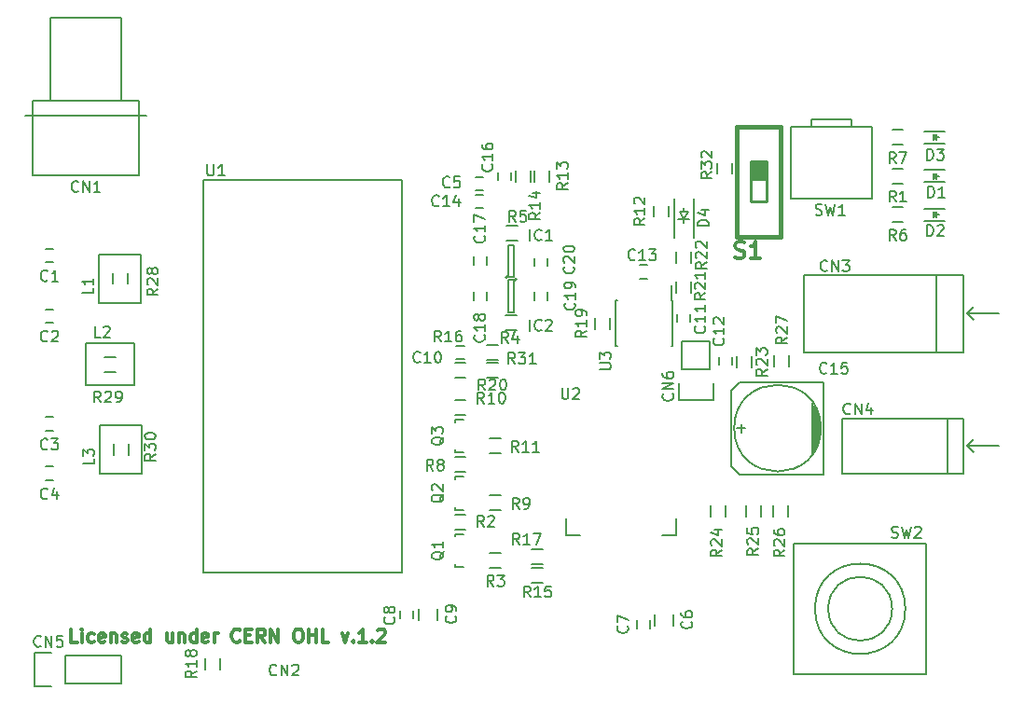
<source format=gto>
G04 #@! TF.FileFunction,Legend,Top*
%FSLAX46Y46*%
G04 Gerber Fmt 4.6, Leading zero omitted, Abs format (unit mm)*
G04 Created by KiCad (PCBNEW 4.0.2+dfsg1-stable) date Mi 18 Jul 2018 07:31:42 CEST*
%MOMM*%
G01*
G04 APERTURE LIST*
%ADD10C,0.100000*%
%ADD11C,0.300000*%
%ADD12C,0.150000*%
%ADD13C,0.254000*%
%ADD14C,0.381000*%
%ADD15C,0.299720*%
G04 APERTURE END LIST*
D10*
D11*
X60542857Y-124842857D02*
X59971428Y-124842857D01*
X59971428Y-123642857D01*
X60942857Y-124842857D02*
X60942857Y-124042857D01*
X60942857Y-123642857D02*
X60885714Y-123700000D01*
X60942857Y-123757143D01*
X61000000Y-123700000D01*
X60942857Y-123642857D01*
X60942857Y-123757143D01*
X62028572Y-124785714D02*
X61914286Y-124842857D01*
X61685715Y-124842857D01*
X61571429Y-124785714D01*
X61514286Y-124728571D01*
X61457143Y-124614286D01*
X61457143Y-124271429D01*
X61514286Y-124157143D01*
X61571429Y-124100000D01*
X61685715Y-124042857D01*
X61914286Y-124042857D01*
X62028572Y-124100000D01*
X63000000Y-124785714D02*
X62885714Y-124842857D01*
X62657143Y-124842857D01*
X62542857Y-124785714D01*
X62485714Y-124671429D01*
X62485714Y-124214286D01*
X62542857Y-124100000D01*
X62657143Y-124042857D01*
X62885714Y-124042857D01*
X63000000Y-124100000D01*
X63057143Y-124214286D01*
X63057143Y-124328571D01*
X62485714Y-124442857D01*
X63571428Y-124042857D02*
X63571428Y-124842857D01*
X63571428Y-124157143D02*
X63628571Y-124100000D01*
X63742857Y-124042857D01*
X63914285Y-124042857D01*
X64028571Y-124100000D01*
X64085714Y-124214286D01*
X64085714Y-124842857D01*
X64599999Y-124785714D02*
X64714285Y-124842857D01*
X64942857Y-124842857D01*
X65057142Y-124785714D01*
X65114285Y-124671429D01*
X65114285Y-124614286D01*
X65057142Y-124500000D01*
X64942857Y-124442857D01*
X64771428Y-124442857D01*
X64657142Y-124385714D01*
X64599999Y-124271429D01*
X64599999Y-124214286D01*
X64657142Y-124100000D01*
X64771428Y-124042857D01*
X64942857Y-124042857D01*
X65057142Y-124100000D01*
X66085714Y-124785714D02*
X65971428Y-124842857D01*
X65742857Y-124842857D01*
X65628571Y-124785714D01*
X65571428Y-124671429D01*
X65571428Y-124214286D01*
X65628571Y-124100000D01*
X65742857Y-124042857D01*
X65971428Y-124042857D01*
X66085714Y-124100000D01*
X66142857Y-124214286D01*
X66142857Y-124328571D01*
X65571428Y-124442857D01*
X67171428Y-124842857D02*
X67171428Y-123642857D01*
X67171428Y-124785714D02*
X67057142Y-124842857D01*
X66828571Y-124842857D01*
X66714285Y-124785714D01*
X66657142Y-124728571D01*
X66599999Y-124614286D01*
X66599999Y-124271429D01*
X66657142Y-124157143D01*
X66714285Y-124100000D01*
X66828571Y-124042857D01*
X67057142Y-124042857D01*
X67171428Y-124100000D01*
X69171428Y-124042857D02*
X69171428Y-124842857D01*
X68657142Y-124042857D02*
X68657142Y-124671429D01*
X68714285Y-124785714D01*
X68828571Y-124842857D01*
X68999999Y-124842857D01*
X69114285Y-124785714D01*
X69171428Y-124728571D01*
X69742856Y-124042857D02*
X69742856Y-124842857D01*
X69742856Y-124157143D02*
X69799999Y-124100000D01*
X69914285Y-124042857D01*
X70085713Y-124042857D01*
X70199999Y-124100000D01*
X70257142Y-124214286D01*
X70257142Y-124842857D01*
X71342856Y-124842857D02*
X71342856Y-123642857D01*
X71342856Y-124785714D02*
X71228570Y-124842857D01*
X70999999Y-124842857D01*
X70885713Y-124785714D01*
X70828570Y-124728571D01*
X70771427Y-124614286D01*
X70771427Y-124271429D01*
X70828570Y-124157143D01*
X70885713Y-124100000D01*
X70999999Y-124042857D01*
X71228570Y-124042857D01*
X71342856Y-124100000D01*
X72371427Y-124785714D02*
X72257141Y-124842857D01*
X72028570Y-124842857D01*
X71914284Y-124785714D01*
X71857141Y-124671429D01*
X71857141Y-124214286D01*
X71914284Y-124100000D01*
X72028570Y-124042857D01*
X72257141Y-124042857D01*
X72371427Y-124100000D01*
X72428570Y-124214286D01*
X72428570Y-124328571D01*
X71857141Y-124442857D01*
X72942855Y-124842857D02*
X72942855Y-124042857D01*
X72942855Y-124271429D02*
X72999998Y-124157143D01*
X73057141Y-124100000D01*
X73171427Y-124042857D01*
X73285712Y-124042857D01*
X75285713Y-124728571D02*
X75228570Y-124785714D01*
X75057141Y-124842857D01*
X74942855Y-124842857D01*
X74771427Y-124785714D01*
X74657141Y-124671429D01*
X74599998Y-124557143D01*
X74542855Y-124328571D01*
X74542855Y-124157143D01*
X74599998Y-123928571D01*
X74657141Y-123814286D01*
X74771427Y-123700000D01*
X74942855Y-123642857D01*
X75057141Y-123642857D01*
X75228570Y-123700000D01*
X75285713Y-123757143D01*
X75799998Y-124214286D02*
X76199998Y-124214286D01*
X76371427Y-124842857D02*
X75799998Y-124842857D01*
X75799998Y-123642857D01*
X76371427Y-123642857D01*
X77571427Y-124842857D02*
X77171427Y-124271429D01*
X76885712Y-124842857D02*
X76885712Y-123642857D01*
X77342855Y-123642857D01*
X77457141Y-123700000D01*
X77514284Y-123757143D01*
X77571427Y-123871429D01*
X77571427Y-124042857D01*
X77514284Y-124157143D01*
X77457141Y-124214286D01*
X77342855Y-124271429D01*
X76885712Y-124271429D01*
X78085712Y-124842857D02*
X78085712Y-123642857D01*
X78771427Y-124842857D01*
X78771427Y-123642857D01*
X80485713Y-123642857D02*
X80714284Y-123642857D01*
X80828570Y-123700000D01*
X80942856Y-123814286D01*
X80999998Y-124042857D01*
X80999998Y-124442857D01*
X80942856Y-124671429D01*
X80828570Y-124785714D01*
X80714284Y-124842857D01*
X80485713Y-124842857D01*
X80371427Y-124785714D01*
X80257141Y-124671429D01*
X80199998Y-124442857D01*
X80199998Y-124042857D01*
X80257141Y-123814286D01*
X80371427Y-123700000D01*
X80485713Y-123642857D01*
X81514284Y-124842857D02*
X81514284Y-123642857D01*
X81514284Y-124214286D02*
X82199999Y-124214286D01*
X82199999Y-124842857D02*
X82199999Y-123642857D01*
X83342856Y-124842857D02*
X82771427Y-124842857D01*
X82771427Y-123642857D01*
X84542857Y-124042857D02*
X84828571Y-124842857D01*
X85114285Y-124042857D01*
X85571428Y-124728571D02*
X85628571Y-124785714D01*
X85571428Y-124842857D01*
X85514285Y-124785714D01*
X85571428Y-124728571D01*
X85571428Y-124842857D01*
X86771429Y-124842857D02*
X86085714Y-124842857D01*
X86428572Y-124842857D02*
X86428572Y-123642857D01*
X86314286Y-123814286D01*
X86200000Y-123928571D01*
X86085714Y-123985714D01*
X87285714Y-124728571D02*
X87342857Y-124785714D01*
X87285714Y-124842857D01*
X87228571Y-124785714D01*
X87285714Y-124728571D01*
X87285714Y-124842857D01*
X87800000Y-123757143D02*
X87857143Y-123700000D01*
X87971429Y-123642857D01*
X88257143Y-123642857D01*
X88371429Y-123700000D01*
X88428572Y-123757143D01*
X88485715Y-123871429D01*
X88485715Y-123985714D01*
X88428572Y-124157143D01*
X87742858Y-124842857D01*
X88485715Y-124842857D01*
D12*
X64500000Y-75700000D02*
X64500000Y-68100000D01*
X64500000Y-68100000D02*
X58100000Y-68100000D01*
X58100000Y-68100000D02*
X58100000Y-75700000D01*
X66800000Y-77000000D02*
X55800000Y-77000000D01*
X66100000Y-82400000D02*
X56500000Y-82400000D01*
X56500000Y-82400000D02*
X56500000Y-75700000D01*
X56500000Y-75700000D02*
X66100000Y-75700000D01*
X66100000Y-75700000D02*
X66100000Y-82400000D01*
X66300000Y-89600000D02*
X66300000Y-94000000D01*
X66300000Y-94000000D02*
X62500000Y-94000000D01*
X62500000Y-94000000D02*
X62500000Y-89600000D01*
X62500000Y-89600000D02*
X66300000Y-89600000D01*
X65700000Y-101500000D02*
X61300000Y-101500000D01*
X61300000Y-101500000D02*
X61300000Y-97700000D01*
X61300000Y-97700000D02*
X65700000Y-97700000D01*
X65700000Y-97700000D02*
X65700000Y-101500000D01*
X66400000Y-105100000D02*
X66400000Y-109500000D01*
X66400000Y-109500000D02*
X62600000Y-109500000D01*
X62600000Y-109500000D02*
X62600000Y-105100000D01*
X62600000Y-105100000D02*
X66400000Y-105100000D01*
X72000000Y-118500000D02*
X90000000Y-118500000D01*
X90000000Y-118500000D02*
X90000000Y-82900000D01*
X90000000Y-82900000D02*
X72000000Y-82900000D01*
X72000000Y-82900000D02*
X72000000Y-118500000D01*
X114900000Y-115100000D02*
X113650000Y-115100000D01*
X114900000Y-115100000D02*
X114900000Y-113600000D01*
X104900000Y-115100000D02*
X104900000Y-113600000D01*
X104900000Y-115100000D02*
X106150000Y-115100000D01*
X114578500Y-93820500D02*
X114433500Y-93820500D01*
X114578500Y-97970500D02*
X114433500Y-97970500D01*
X109428500Y-97970500D02*
X109573500Y-97970500D01*
X109428500Y-93820500D02*
X109573500Y-93820500D01*
X114578500Y-93820500D02*
X114578500Y-97970500D01*
X109428500Y-93820500D02*
X109428500Y-97970500D01*
X114433500Y-93820500D02*
X114433500Y-92420500D01*
X94849760Y-115200840D02*
X94849760Y-115249100D01*
X95550800Y-117999820D02*
X94849760Y-117999820D01*
X94849760Y-117999820D02*
X94849760Y-117750900D01*
X94849760Y-115200840D02*
X94849760Y-115000180D01*
X94849760Y-115000180D02*
X95550800Y-115000180D01*
X94849760Y-110000840D02*
X94849760Y-110049100D01*
X95550800Y-112799820D02*
X94849760Y-112799820D01*
X94849760Y-112799820D02*
X94849760Y-112550900D01*
X94849760Y-110000840D02*
X94849760Y-109800180D01*
X94849760Y-109800180D02*
X95550800Y-109800180D01*
X94849760Y-104800840D02*
X94849760Y-104849100D01*
X95550800Y-107599820D02*
X94849760Y-107599820D01*
X94849760Y-107599820D02*
X94849760Y-107350900D01*
X94849760Y-104800840D02*
X94849760Y-104600180D01*
X94849760Y-104600180D02*
X95550800Y-104600180D01*
X125600000Y-115900000D02*
X125600000Y-127700000D01*
X125600000Y-115900000D02*
X137600000Y-115900000D01*
X137600000Y-115900000D02*
X137600000Y-127700000D01*
X137600000Y-127700000D02*
X125600000Y-127700000D01*
X134500000Y-121800000D02*
G75*
G03X134500000Y-121800000I-2900000J0D01*
G01*
X135700000Y-121800000D02*
G75*
G03X135700000Y-121800000I-4100000J0D01*
G01*
X138500000Y-91500000D02*
X138500000Y-98500000D01*
X141000000Y-91500000D02*
X141000000Y-98500000D01*
X141000000Y-98500000D02*
X126500000Y-98500000D01*
X126500000Y-98500000D02*
X126500000Y-91500000D01*
X126500000Y-91500000D02*
X141000000Y-91500000D01*
X141900000Y-94400000D02*
X141300000Y-95000000D01*
X141300000Y-95000000D02*
X141900000Y-95600000D01*
X144200000Y-95000000D02*
X141300000Y-95000000D01*
X141900000Y-106400000D02*
X141300000Y-107000000D01*
X141300000Y-107000000D02*
X141900000Y-107600000D01*
X144200000Y-107000000D02*
X141300000Y-107000000D01*
X139500000Y-104500000D02*
X139500000Y-109500000D01*
X141000000Y-104500000D02*
X141000000Y-109500000D01*
X141000000Y-109500000D02*
X130000000Y-109500000D01*
X130000000Y-109500000D02*
X130000000Y-104500000D01*
X130000000Y-104500000D02*
X141000000Y-104500000D01*
X130800000Y-77400000D02*
X130800000Y-78000000D01*
X130800000Y-77400000D02*
X127200000Y-77400000D01*
X127200000Y-77400000D02*
X127200000Y-78000000D01*
X132700000Y-84600000D02*
X125300000Y-84600000D01*
X125300000Y-84600000D02*
X125300000Y-78000000D01*
X125300000Y-78000000D02*
X132700000Y-78000000D01*
X132700000Y-78000000D02*
X132700000Y-84600000D01*
X59470000Y-128570000D02*
X64550000Y-128570000D01*
X64550000Y-128570000D02*
X64550000Y-126030000D01*
X64550000Y-126030000D02*
X59470000Y-126030000D01*
X56650000Y-125750000D02*
X58200000Y-125750000D01*
X59470000Y-126030000D02*
X59470000Y-128570000D01*
X58200000Y-128850000D02*
X56650000Y-128850000D01*
X56650000Y-128850000D02*
X56650000Y-125750000D01*
X115430000Y-100030000D02*
X115430000Y-97490000D01*
X115150000Y-102850000D02*
X115150000Y-101300000D01*
X115430000Y-100030000D02*
X117970000Y-100030000D01*
X118250000Y-101300000D02*
X118250000Y-102850000D01*
X118250000Y-102850000D02*
X115150000Y-102850000D01*
X117970000Y-100030000D02*
X117970000Y-97490000D01*
X117970000Y-97490000D02*
X115430000Y-97490000D01*
X127910000Y-106416000D02*
X127910000Y-104384000D01*
X127783000Y-104003000D02*
X127783000Y-106797000D01*
X127656000Y-107051000D02*
X127656000Y-103749000D01*
X127529000Y-103495000D02*
X127529000Y-107305000D01*
X127402000Y-103368000D02*
X127402000Y-107432000D01*
X127275000Y-107686000D02*
X127275000Y-103114000D01*
X128291000Y-109591000D02*
X128291000Y-101209000D01*
X128291000Y-101209000D02*
X120671000Y-101209000D01*
X120671000Y-101209000D02*
X119909000Y-101971000D01*
X119909000Y-101971000D02*
X119909000Y-108829000D01*
X119909000Y-108829000D02*
X120671000Y-109591000D01*
X120671000Y-109591000D02*
X128291000Y-109591000D01*
X120417000Y-105400000D02*
X121179000Y-105400000D01*
X120798000Y-105781000D02*
X120798000Y-105019000D01*
X128037000Y-105400000D02*
G75*
G03X128037000Y-105400000I-3937000J0D01*
G01*
X58350000Y-90300000D02*
X57650000Y-90300000D01*
X57650000Y-89100000D02*
X58350000Y-89100000D01*
X58350000Y-95800000D02*
X57650000Y-95800000D01*
X57650000Y-94600000D02*
X58350000Y-94600000D01*
X58350000Y-105600000D02*
X57650000Y-105600000D01*
X57650000Y-104400000D02*
X58350000Y-104400000D01*
X58350000Y-110100000D02*
X57650000Y-110100000D01*
X57650000Y-108900000D02*
X58350000Y-108900000D01*
X97350000Y-83800000D02*
X96650000Y-83800000D01*
X96650000Y-82600000D02*
X97350000Y-82600000D01*
X114650000Y-123300000D02*
X114650000Y-122300000D01*
X112950000Y-122300000D02*
X112950000Y-123300000D01*
X112500000Y-122850000D02*
X112500000Y-123550000D01*
X111300000Y-123550000D02*
X111300000Y-122850000D01*
X91000000Y-121950000D02*
X91000000Y-122650000D01*
X89800000Y-122650000D02*
X89800000Y-121950000D01*
X93250000Y-122800000D02*
X93250000Y-121800000D01*
X91550000Y-121800000D02*
X91550000Y-122800000D01*
X95650000Y-99100000D02*
X94950000Y-99100000D01*
X94950000Y-97900000D02*
X95650000Y-97900000D01*
X116200000Y-95050000D02*
X116200000Y-95750000D01*
X115000000Y-95750000D02*
X115000000Y-95050000D01*
X118800000Y-99650000D02*
X118800000Y-98950000D01*
X120000000Y-98950000D02*
X120000000Y-99650000D01*
X112250000Y-91800000D02*
X111550000Y-91800000D01*
X111550000Y-90600000D02*
X112250000Y-90600000D01*
X97350000Y-85400000D02*
X96650000Y-85400000D01*
X96650000Y-84200000D02*
X97350000Y-84200000D01*
X98700000Y-82850000D02*
X98700000Y-82150000D01*
X99900000Y-82150000D02*
X99900000Y-82850000D01*
X96500000Y-90550000D02*
X96500000Y-89850000D01*
X97700000Y-89850000D02*
X97700000Y-90550000D01*
X97700000Y-93050000D02*
X97700000Y-93750000D01*
X96500000Y-93750000D02*
X96500000Y-93050000D01*
X103200000Y-93050000D02*
X103200000Y-93750000D01*
X102000000Y-93750000D02*
X102000000Y-93050000D01*
X102000000Y-90650000D02*
X102000000Y-89950000D01*
X103200000Y-89950000D02*
X103200000Y-90650000D01*
X137400000Y-83050000D02*
X139300000Y-83050000D01*
X137400000Y-81950000D02*
X139300000Y-81950000D01*
X138300000Y-82500000D02*
X138750000Y-82500000D01*
X138250000Y-82250000D02*
X138250000Y-82750000D01*
X138250000Y-82500000D02*
X138500000Y-82250000D01*
X138500000Y-82250000D02*
X138500000Y-82750000D01*
X138500000Y-82750000D02*
X138250000Y-82500000D01*
X137400000Y-86550000D02*
X139300000Y-86550000D01*
X137400000Y-85450000D02*
X139300000Y-85450000D01*
X138300000Y-86000000D02*
X138750000Y-86000000D01*
X138250000Y-85750000D02*
X138250000Y-86250000D01*
X138250000Y-86000000D02*
X138500000Y-85750000D01*
X138500000Y-85750000D02*
X138500000Y-86250000D01*
X138500000Y-86250000D02*
X138250000Y-86000000D01*
X137400000Y-79550000D02*
X139300000Y-79550000D01*
X137400000Y-78450000D02*
X139300000Y-78450000D01*
X138300000Y-79000000D02*
X138750000Y-79000000D01*
X138250000Y-78750000D02*
X138250000Y-79250000D01*
X138250000Y-79000000D02*
X138500000Y-78750000D01*
X138500000Y-78750000D02*
X138500000Y-79250000D01*
X138500000Y-79250000D02*
X138250000Y-79000000D01*
X115600000Y-85782500D02*
X115600000Y-85401500D01*
X115600000Y-86798500D02*
X115600000Y-86417500D01*
X115600000Y-86417500D02*
X115219000Y-85782500D01*
X115219000Y-85782500D02*
X115981000Y-85782500D01*
X115981000Y-85782500D02*
X115600000Y-86417500D01*
X115092000Y-86417500D02*
X116108000Y-86417500D01*
X116500000Y-88100000D02*
X116500000Y-84560000D01*
X114700000Y-88100000D02*
X114700000Y-84560000D01*
X99600000Y-91700000D02*
G75*
G03X99600000Y-91700000I-100000J0D01*
G01*
X100150000Y-91950000D02*
X99650000Y-91950000D01*
X100150000Y-94850000D02*
X100150000Y-91950000D01*
X99650000Y-94850000D02*
X100150000Y-94850000D01*
X99650000Y-91950000D02*
X99650000Y-94850000D01*
X100400000Y-91900000D02*
G75*
G03X100400000Y-91900000I-100000J0D01*
G01*
X99650000Y-91650000D02*
X100150000Y-91650000D01*
X99650000Y-88750000D02*
X99650000Y-91650000D01*
X100150000Y-88750000D02*
X99650000Y-88750000D01*
X100150000Y-91650000D02*
X100150000Y-88750000D01*
X134500000Y-81825000D02*
X135500000Y-81825000D01*
X135500000Y-83175000D02*
X134500000Y-83175000D01*
X94800000Y-113225000D02*
X95800000Y-113225000D01*
X95800000Y-114575000D02*
X94800000Y-114575000D01*
X98000000Y-116725000D02*
X99000000Y-116725000D01*
X99000000Y-118075000D02*
X98000000Y-118075000D01*
X99400000Y-95125000D02*
X100400000Y-95125000D01*
X100400000Y-96475000D02*
X99400000Y-96475000D01*
X99500000Y-87025000D02*
X100500000Y-87025000D01*
X100500000Y-88375000D02*
X99500000Y-88375000D01*
X134500000Y-85325000D02*
X135500000Y-85325000D01*
X135500000Y-86675000D02*
X134500000Y-86675000D01*
X134500000Y-78325000D02*
X135500000Y-78325000D01*
X135500000Y-79675000D02*
X134500000Y-79675000D01*
X94800000Y-108025000D02*
X95800000Y-108025000D01*
X95800000Y-109375000D02*
X94800000Y-109375000D01*
X98000000Y-111525000D02*
X99000000Y-111525000D01*
X99000000Y-112875000D02*
X98000000Y-112875000D01*
X94800000Y-102825000D02*
X95800000Y-102825000D01*
X95800000Y-104175000D02*
X94800000Y-104175000D01*
X98000000Y-106325000D02*
X99000000Y-106325000D01*
X99000000Y-107675000D02*
X98000000Y-107675000D01*
X114175000Y-85200000D02*
X114175000Y-86200000D01*
X112825000Y-86200000D02*
X112825000Y-85200000D01*
X102025000Y-83000000D02*
X102025000Y-82000000D01*
X103375000Y-82000000D02*
X103375000Y-83000000D01*
X101675000Y-82000000D02*
X101675000Y-83000000D01*
X100325000Y-83000000D02*
X100325000Y-82000000D01*
X102800000Y-119475000D02*
X101800000Y-119475000D01*
X101800000Y-118125000D02*
X102800000Y-118125000D01*
X95800000Y-100775000D02*
X94800000Y-100775000D01*
X94800000Y-99425000D02*
X95800000Y-99425000D01*
X101800000Y-116425000D02*
X102800000Y-116425000D01*
X102800000Y-117775000D02*
X101800000Y-117775000D01*
X73475000Y-126300000D02*
X73475000Y-127300000D01*
X72125000Y-127300000D02*
X72125000Y-126300000D01*
X108875000Y-95400000D02*
X108875000Y-96400000D01*
X107525000Y-96400000D02*
X107525000Y-95400000D01*
X97700000Y-97825000D02*
X98700000Y-97825000D01*
X98700000Y-99175000D02*
X97700000Y-99175000D01*
X116275000Y-92100000D02*
X116275000Y-93100000D01*
X114925000Y-93100000D02*
X114925000Y-92100000D01*
X116275000Y-89400000D02*
X116275000Y-90400000D01*
X114925000Y-90400000D02*
X114925000Y-89400000D01*
X121775000Y-98900000D02*
X121775000Y-99900000D01*
X120425000Y-99900000D02*
X120425000Y-98900000D01*
X118025000Y-113400000D02*
X118025000Y-112400000D01*
X119375000Y-112400000D02*
X119375000Y-113400000D01*
X121225000Y-113400000D02*
X121225000Y-112400000D01*
X122575000Y-112400000D02*
X122575000Y-113400000D01*
X123725000Y-113400000D02*
X123725000Y-112400000D01*
X125075000Y-112400000D02*
X125075000Y-113400000D01*
X125175000Y-98800000D02*
X125175000Y-99800000D01*
X123825000Y-99800000D02*
X123825000Y-98800000D01*
X65075000Y-91300000D02*
X65075000Y-92300000D01*
X63725000Y-92300000D02*
X63725000Y-91300000D01*
X64000000Y-100275000D02*
X63000000Y-100275000D01*
X63000000Y-98925000D02*
X64000000Y-98925000D01*
X65175000Y-106800000D02*
X65175000Y-107800000D01*
X63825000Y-107800000D02*
X63825000Y-106800000D01*
X98700000Y-100775000D02*
X97700000Y-100775000D01*
X97700000Y-99425000D02*
X98700000Y-99425000D01*
X118625000Y-82300000D02*
X118625000Y-81300000D01*
X119975000Y-81300000D02*
X119975000Y-82300000D01*
D13*
X121698960Y-81999240D02*
X123101040Y-81999240D01*
X121698960Y-81798580D02*
X123101040Y-81798580D01*
X121698960Y-81399800D02*
X123101040Y-81399800D01*
X121698960Y-81600460D02*
X123101040Y-81600460D01*
X121698960Y-82400560D02*
X123101040Y-82400560D01*
X121698960Y-82199900D02*
X123101040Y-82199900D01*
X121698960Y-82598680D02*
X123101040Y-82598680D01*
X121698960Y-82799340D02*
X123101040Y-82799340D01*
X121698960Y-81199140D02*
X121698960Y-84800860D01*
X121698960Y-84800860D02*
X123101040Y-84800860D01*
X123101040Y-84800860D02*
X123101040Y-81199140D01*
X123101040Y-81199140D02*
X121698960Y-81199140D01*
D14*
X120401020Y-77998740D02*
X124398980Y-77998740D01*
X124398980Y-77998740D02*
X124398980Y-88001260D01*
X124398980Y-88001260D02*
X120401020Y-88001260D01*
X120401020Y-88001260D02*
X120401020Y-77998740D01*
D12*
X78609524Y-127757143D02*
X78561905Y-127804762D01*
X78419048Y-127852381D01*
X78323810Y-127852381D01*
X78180952Y-127804762D01*
X78085714Y-127709524D01*
X78038095Y-127614286D01*
X77990476Y-127423810D01*
X77990476Y-127280952D01*
X78038095Y-127090476D01*
X78085714Y-126995238D01*
X78180952Y-126900000D01*
X78323810Y-126852381D01*
X78419048Y-126852381D01*
X78561905Y-126900000D01*
X78609524Y-126947619D01*
X79038095Y-127852381D02*
X79038095Y-126852381D01*
X79609524Y-127852381D01*
X79609524Y-126852381D01*
X80038095Y-126947619D02*
X80085714Y-126900000D01*
X80180952Y-126852381D01*
X80419048Y-126852381D01*
X80514286Y-126900000D01*
X80561905Y-126947619D01*
X80609524Y-127042857D01*
X80609524Y-127138095D01*
X80561905Y-127280952D01*
X79990476Y-127852381D01*
X80609524Y-127852381D01*
X60609524Y-83857143D02*
X60561905Y-83904762D01*
X60419048Y-83952381D01*
X60323810Y-83952381D01*
X60180952Y-83904762D01*
X60085714Y-83809524D01*
X60038095Y-83714286D01*
X59990476Y-83523810D01*
X59990476Y-83380952D01*
X60038095Y-83190476D01*
X60085714Y-83095238D01*
X60180952Y-83000000D01*
X60323810Y-82952381D01*
X60419048Y-82952381D01*
X60561905Y-83000000D01*
X60609524Y-83047619D01*
X61038095Y-83952381D02*
X61038095Y-82952381D01*
X61609524Y-83952381D01*
X61609524Y-82952381D01*
X62609524Y-83952381D02*
X62038095Y-83952381D01*
X62323809Y-83952381D02*
X62323809Y-82952381D01*
X62228571Y-83095238D01*
X62133333Y-83190476D01*
X62038095Y-83238095D01*
X61952381Y-92666666D02*
X61952381Y-93142857D01*
X60952381Y-93142857D01*
X61952381Y-91809523D02*
X61952381Y-92380952D01*
X61952381Y-92095238D02*
X60952381Y-92095238D01*
X61095238Y-92190476D01*
X61190476Y-92285714D01*
X61238095Y-92380952D01*
X62633334Y-97152381D02*
X62157143Y-97152381D01*
X62157143Y-96152381D01*
X62919048Y-96247619D02*
X62966667Y-96200000D01*
X63061905Y-96152381D01*
X63300001Y-96152381D01*
X63395239Y-96200000D01*
X63442858Y-96247619D01*
X63490477Y-96342857D01*
X63490477Y-96438095D01*
X63442858Y-96580952D01*
X62871429Y-97152381D01*
X63490477Y-97152381D01*
X62052381Y-108166666D02*
X62052381Y-108642857D01*
X61052381Y-108642857D01*
X61052381Y-107928571D02*
X61052381Y-107309523D01*
X61433333Y-107642857D01*
X61433333Y-107499999D01*
X61480952Y-107404761D01*
X61528571Y-107357142D01*
X61623810Y-107309523D01*
X61861905Y-107309523D01*
X61957143Y-107357142D01*
X62004762Y-107404761D01*
X62052381Y-107499999D01*
X62052381Y-107785714D01*
X62004762Y-107880952D01*
X61957143Y-107928571D01*
X72338095Y-81452381D02*
X72338095Y-82261905D01*
X72385714Y-82357143D01*
X72433333Y-82404762D01*
X72528571Y-82452381D01*
X72719048Y-82452381D01*
X72814286Y-82404762D01*
X72861905Y-82357143D01*
X72909524Y-82261905D01*
X72909524Y-81452381D01*
X73909524Y-82452381D02*
X73338095Y-82452381D01*
X73623809Y-82452381D02*
X73623809Y-81452381D01*
X73528571Y-81595238D01*
X73433333Y-81690476D01*
X73338095Y-81738095D01*
X104538095Y-101752381D02*
X104538095Y-102561905D01*
X104585714Y-102657143D01*
X104633333Y-102704762D01*
X104728571Y-102752381D01*
X104919048Y-102752381D01*
X105014286Y-102704762D01*
X105061905Y-102657143D01*
X105109524Y-102561905D01*
X105109524Y-101752381D01*
X105538095Y-101847619D02*
X105585714Y-101800000D01*
X105680952Y-101752381D01*
X105919048Y-101752381D01*
X106014286Y-101800000D01*
X106061905Y-101847619D01*
X106109524Y-101942857D01*
X106109524Y-102038095D01*
X106061905Y-102180952D01*
X105490476Y-102752381D01*
X106109524Y-102752381D01*
X107952381Y-100061905D02*
X108761905Y-100061905D01*
X108857143Y-100014286D01*
X108904762Y-99966667D01*
X108952381Y-99871429D01*
X108952381Y-99680952D01*
X108904762Y-99585714D01*
X108857143Y-99538095D01*
X108761905Y-99490476D01*
X107952381Y-99490476D01*
X107952381Y-99109524D02*
X107952381Y-98490476D01*
X108333333Y-98823810D01*
X108333333Y-98680952D01*
X108380952Y-98585714D01*
X108428571Y-98538095D01*
X108523810Y-98490476D01*
X108761905Y-98490476D01*
X108857143Y-98538095D01*
X108904762Y-98585714D01*
X108952381Y-98680952D01*
X108952381Y-98966667D01*
X108904762Y-99061905D01*
X108857143Y-99109524D01*
X93797619Y-116595238D02*
X93750000Y-116690476D01*
X93654762Y-116785714D01*
X93511905Y-116928571D01*
X93464286Y-117023810D01*
X93464286Y-117119048D01*
X93702381Y-117071429D02*
X93654762Y-117166667D01*
X93559524Y-117261905D01*
X93369048Y-117309524D01*
X93035714Y-117309524D01*
X92845238Y-117261905D01*
X92750000Y-117166667D01*
X92702381Y-117071429D01*
X92702381Y-116880952D01*
X92750000Y-116785714D01*
X92845238Y-116690476D01*
X93035714Y-116642857D01*
X93369048Y-116642857D01*
X93559524Y-116690476D01*
X93654762Y-116785714D01*
X93702381Y-116880952D01*
X93702381Y-117071429D01*
X93702381Y-115690476D02*
X93702381Y-116261905D01*
X93702381Y-115976191D02*
X92702381Y-115976191D01*
X92845238Y-116071429D01*
X92940476Y-116166667D01*
X92988095Y-116261905D01*
X93797619Y-111395238D02*
X93750000Y-111490476D01*
X93654762Y-111585714D01*
X93511905Y-111728571D01*
X93464286Y-111823810D01*
X93464286Y-111919048D01*
X93702381Y-111871429D02*
X93654762Y-111966667D01*
X93559524Y-112061905D01*
X93369048Y-112109524D01*
X93035714Y-112109524D01*
X92845238Y-112061905D01*
X92750000Y-111966667D01*
X92702381Y-111871429D01*
X92702381Y-111680952D01*
X92750000Y-111585714D01*
X92845238Y-111490476D01*
X93035714Y-111442857D01*
X93369048Y-111442857D01*
X93559524Y-111490476D01*
X93654762Y-111585714D01*
X93702381Y-111680952D01*
X93702381Y-111871429D01*
X92797619Y-111061905D02*
X92750000Y-111014286D01*
X92702381Y-110919048D01*
X92702381Y-110680952D01*
X92750000Y-110585714D01*
X92797619Y-110538095D01*
X92892857Y-110490476D01*
X92988095Y-110490476D01*
X93130952Y-110538095D01*
X93702381Y-111109524D01*
X93702381Y-110490476D01*
X93797619Y-106195238D02*
X93750000Y-106290476D01*
X93654762Y-106385714D01*
X93511905Y-106528571D01*
X93464286Y-106623810D01*
X93464286Y-106719048D01*
X93702381Y-106671429D02*
X93654762Y-106766667D01*
X93559524Y-106861905D01*
X93369048Y-106909524D01*
X93035714Y-106909524D01*
X92845238Y-106861905D01*
X92750000Y-106766667D01*
X92702381Y-106671429D01*
X92702381Y-106480952D01*
X92750000Y-106385714D01*
X92845238Y-106290476D01*
X93035714Y-106242857D01*
X93369048Y-106242857D01*
X93559524Y-106290476D01*
X93654762Y-106385714D01*
X93702381Y-106480952D01*
X93702381Y-106671429D01*
X92702381Y-105909524D02*
X92702381Y-105290476D01*
X93083333Y-105623810D01*
X93083333Y-105480952D01*
X93130952Y-105385714D01*
X93178571Y-105338095D01*
X93273810Y-105290476D01*
X93511905Y-105290476D01*
X93607143Y-105338095D01*
X93654762Y-105385714D01*
X93702381Y-105480952D01*
X93702381Y-105766667D01*
X93654762Y-105861905D01*
X93607143Y-105909524D01*
X134466667Y-115304762D02*
X134609524Y-115352381D01*
X134847620Y-115352381D01*
X134942858Y-115304762D01*
X134990477Y-115257143D01*
X135038096Y-115161905D01*
X135038096Y-115066667D01*
X134990477Y-114971429D01*
X134942858Y-114923810D01*
X134847620Y-114876190D01*
X134657143Y-114828571D01*
X134561905Y-114780952D01*
X134514286Y-114733333D01*
X134466667Y-114638095D01*
X134466667Y-114542857D01*
X134514286Y-114447619D01*
X134561905Y-114400000D01*
X134657143Y-114352381D01*
X134895239Y-114352381D01*
X135038096Y-114400000D01*
X135371429Y-114352381D02*
X135609524Y-115352381D01*
X135800001Y-114638095D01*
X135990477Y-115352381D01*
X136228572Y-114352381D01*
X136561905Y-114447619D02*
X136609524Y-114400000D01*
X136704762Y-114352381D01*
X136942858Y-114352381D01*
X137038096Y-114400000D01*
X137085715Y-114447619D01*
X137133334Y-114542857D01*
X137133334Y-114638095D01*
X137085715Y-114780952D01*
X136514286Y-115352381D01*
X137133334Y-115352381D01*
X128609524Y-91057143D02*
X128561905Y-91104762D01*
X128419048Y-91152381D01*
X128323810Y-91152381D01*
X128180952Y-91104762D01*
X128085714Y-91009524D01*
X128038095Y-90914286D01*
X127990476Y-90723810D01*
X127990476Y-90580952D01*
X128038095Y-90390476D01*
X128085714Y-90295238D01*
X128180952Y-90200000D01*
X128323810Y-90152381D01*
X128419048Y-90152381D01*
X128561905Y-90200000D01*
X128609524Y-90247619D01*
X129038095Y-91152381D02*
X129038095Y-90152381D01*
X129609524Y-91152381D01*
X129609524Y-90152381D01*
X129990476Y-90152381D02*
X130609524Y-90152381D01*
X130276190Y-90533333D01*
X130419048Y-90533333D01*
X130514286Y-90580952D01*
X130561905Y-90628571D01*
X130609524Y-90723810D01*
X130609524Y-90961905D01*
X130561905Y-91057143D01*
X130514286Y-91104762D01*
X130419048Y-91152381D01*
X130133333Y-91152381D01*
X130038095Y-91104762D01*
X129990476Y-91057143D01*
X130709524Y-104057143D02*
X130661905Y-104104762D01*
X130519048Y-104152381D01*
X130423810Y-104152381D01*
X130280952Y-104104762D01*
X130185714Y-104009524D01*
X130138095Y-103914286D01*
X130090476Y-103723810D01*
X130090476Y-103580952D01*
X130138095Y-103390476D01*
X130185714Y-103295238D01*
X130280952Y-103200000D01*
X130423810Y-103152381D01*
X130519048Y-103152381D01*
X130661905Y-103200000D01*
X130709524Y-103247619D01*
X131138095Y-104152381D02*
X131138095Y-103152381D01*
X131709524Y-104152381D01*
X131709524Y-103152381D01*
X132614286Y-103485714D02*
X132614286Y-104152381D01*
X132376190Y-103104762D02*
X132138095Y-103819048D01*
X132757143Y-103819048D01*
X127566667Y-86004762D02*
X127709524Y-86052381D01*
X127947620Y-86052381D01*
X128042858Y-86004762D01*
X128090477Y-85957143D01*
X128138096Y-85861905D01*
X128138096Y-85766667D01*
X128090477Y-85671429D01*
X128042858Y-85623810D01*
X127947620Y-85576190D01*
X127757143Y-85528571D01*
X127661905Y-85480952D01*
X127614286Y-85433333D01*
X127566667Y-85338095D01*
X127566667Y-85242857D01*
X127614286Y-85147619D01*
X127661905Y-85100000D01*
X127757143Y-85052381D01*
X127995239Y-85052381D01*
X128138096Y-85100000D01*
X128471429Y-85052381D02*
X128709524Y-86052381D01*
X128900001Y-85338095D01*
X129090477Y-86052381D01*
X129328572Y-85052381D01*
X130233334Y-86052381D02*
X129661905Y-86052381D01*
X129947619Y-86052381D02*
X129947619Y-85052381D01*
X129852381Y-85195238D01*
X129757143Y-85290476D01*
X129661905Y-85338095D01*
X57209524Y-125157143D02*
X57161905Y-125204762D01*
X57019048Y-125252381D01*
X56923810Y-125252381D01*
X56780952Y-125204762D01*
X56685714Y-125109524D01*
X56638095Y-125014286D01*
X56590476Y-124823810D01*
X56590476Y-124680952D01*
X56638095Y-124490476D01*
X56685714Y-124395238D01*
X56780952Y-124300000D01*
X56923810Y-124252381D01*
X57019048Y-124252381D01*
X57161905Y-124300000D01*
X57209524Y-124347619D01*
X57638095Y-125252381D02*
X57638095Y-124252381D01*
X58209524Y-125252381D01*
X58209524Y-124252381D01*
X59161905Y-124252381D02*
X58685714Y-124252381D01*
X58638095Y-124728571D01*
X58685714Y-124680952D01*
X58780952Y-124633333D01*
X59019048Y-124633333D01*
X59114286Y-124680952D01*
X59161905Y-124728571D01*
X59209524Y-124823810D01*
X59209524Y-125061905D01*
X59161905Y-125157143D01*
X59114286Y-125204762D01*
X59019048Y-125252381D01*
X58780952Y-125252381D01*
X58685714Y-125204762D01*
X58638095Y-125157143D01*
X114557143Y-102290476D02*
X114604762Y-102338095D01*
X114652381Y-102480952D01*
X114652381Y-102576190D01*
X114604762Y-102719048D01*
X114509524Y-102814286D01*
X114414286Y-102861905D01*
X114223810Y-102909524D01*
X114080952Y-102909524D01*
X113890476Y-102861905D01*
X113795238Y-102814286D01*
X113700000Y-102719048D01*
X113652381Y-102576190D01*
X113652381Y-102480952D01*
X113700000Y-102338095D01*
X113747619Y-102290476D01*
X114652381Y-101861905D02*
X113652381Y-101861905D01*
X114652381Y-101290476D01*
X113652381Y-101290476D01*
X113652381Y-100385714D02*
X113652381Y-100576191D01*
X113700000Y-100671429D01*
X113747619Y-100719048D01*
X113890476Y-100814286D01*
X114080952Y-100861905D01*
X114461905Y-100861905D01*
X114557143Y-100814286D01*
X114604762Y-100766667D01*
X114652381Y-100671429D01*
X114652381Y-100480952D01*
X114604762Y-100385714D01*
X114557143Y-100338095D01*
X114461905Y-100290476D01*
X114223810Y-100290476D01*
X114128571Y-100338095D01*
X114080952Y-100385714D01*
X114033333Y-100480952D01*
X114033333Y-100671429D01*
X114080952Y-100766667D01*
X114128571Y-100814286D01*
X114223810Y-100861905D01*
X128557143Y-100357143D02*
X128509524Y-100404762D01*
X128366667Y-100452381D01*
X128271429Y-100452381D01*
X128128571Y-100404762D01*
X128033333Y-100309524D01*
X127985714Y-100214286D01*
X127938095Y-100023810D01*
X127938095Y-99880952D01*
X127985714Y-99690476D01*
X128033333Y-99595238D01*
X128128571Y-99500000D01*
X128271429Y-99452381D01*
X128366667Y-99452381D01*
X128509524Y-99500000D01*
X128557143Y-99547619D01*
X129509524Y-100452381D02*
X128938095Y-100452381D01*
X129223809Y-100452381D02*
X129223809Y-99452381D01*
X129128571Y-99595238D01*
X129033333Y-99690476D01*
X128938095Y-99738095D01*
X130414286Y-99452381D02*
X129938095Y-99452381D01*
X129890476Y-99928571D01*
X129938095Y-99880952D01*
X130033333Y-99833333D01*
X130271429Y-99833333D01*
X130366667Y-99880952D01*
X130414286Y-99928571D01*
X130461905Y-100023810D01*
X130461905Y-100261905D01*
X130414286Y-100357143D01*
X130366667Y-100404762D01*
X130271429Y-100452381D01*
X130033333Y-100452381D01*
X129938095Y-100404762D01*
X129890476Y-100357143D01*
X57833334Y-91957143D02*
X57785715Y-92004762D01*
X57642858Y-92052381D01*
X57547620Y-92052381D01*
X57404762Y-92004762D01*
X57309524Y-91909524D01*
X57261905Y-91814286D01*
X57214286Y-91623810D01*
X57214286Y-91480952D01*
X57261905Y-91290476D01*
X57309524Y-91195238D01*
X57404762Y-91100000D01*
X57547620Y-91052381D01*
X57642858Y-91052381D01*
X57785715Y-91100000D01*
X57833334Y-91147619D01*
X58785715Y-92052381D02*
X58214286Y-92052381D01*
X58500000Y-92052381D02*
X58500000Y-91052381D01*
X58404762Y-91195238D01*
X58309524Y-91290476D01*
X58214286Y-91338095D01*
X57833334Y-97457143D02*
X57785715Y-97504762D01*
X57642858Y-97552381D01*
X57547620Y-97552381D01*
X57404762Y-97504762D01*
X57309524Y-97409524D01*
X57261905Y-97314286D01*
X57214286Y-97123810D01*
X57214286Y-96980952D01*
X57261905Y-96790476D01*
X57309524Y-96695238D01*
X57404762Y-96600000D01*
X57547620Y-96552381D01*
X57642858Y-96552381D01*
X57785715Y-96600000D01*
X57833334Y-96647619D01*
X58214286Y-96647619D02*
X58261905Y-96600000D01*
X58357143Y-96552381D01*
X58595239Y-96552381D01*
X58690477Y-96600000D01*
X58738096Y-96647619D01*
X58785715Y-96742857D01*
X58785715Y-96838095D01*
X58738096Y-96980952D01*
X58166667Y-97552381D01*
X58785715Y-97552381D01*
X57833334Y-107257143D02*
X57785715Y-107304762D01*
X57642858Y-107352381D01*
X57547620Y-107352381D01*
X57404762Y-107304762D01*
X57309524Y-107209524D01*
X57261905Y-107114286D01*
X57214286Y-106923810D01*
X57214286Y-106780952D01*
X57261905Y-106590476D01*
X57309524Y-106495238D01*
X57404762Y-106400000D01*
X57547620Y-106352381D01*
X57642858Y-106352381D01*
X57785715Y-106400000D01*
X57833334Y-106447619D01*
X58166667Y-106352381D02*
X58785715Y-106352381D01*
X58452381Y-106733333D01*
X58595239Y-106733333D01*
X58690477Y-106780952D01*
X58738096Y-106828571D01*
X58785715Y-106923810D01*
X58785715Y-107161905D01*
X58738096Y-107257143D01*
X58690477Y-107304762D01*
X58595239Y-107352381D01*
X58309524Y-107352381D01*
X58214286Y-107304762D01*
X58166667Y-107257143D01*
X57833334Y-111757143D02*
X57785715Y-111804762D01*
X57642858Y-111852381D01*
X57547620Y-111852381D01*
X57404762Y-111804762D01*
X57309524Y-111709524D01*
X57261905Y-111614286D01*
X57214286Y-111423810D01*
X57214286Y-111280952D01*
X57261905Y-111090476D01*
X57309524Y-110995238D01*
X57404762Y-110900000D01*
X57547620Y-110852381D01*
X57642858Y-110852381D01*
X57785715Y-110900000D01*
X57833334Y-110947619D01*
X58690477Y-111185714D02*
X58690477Y-111852381D01*
X58452381Y-110804762D02*
X58214286Y-111519048D01*
X58833334Y-111519048D01*
X94333334Y-83457143D02*
X94285715Y-83504762D01*
X94142858Y-83552381D01*
X94047620Y-83552381D01*
X93904762Y-83504762D01*
X93809524Y-83409524D01*
X93761905Y-83314286D01*
X93714286Y-83123810D01*
X93714286Y-82980952D01*
X93761905Y-82790476D01*
X93809524Y-82695238D01*
X93904762Y-82600000D01*
X94047620Y-82552381D01*
X94142858Y-82552381D01*
X94285715Y-82600000D01*
X94333334Y-82647619D01*
X95238096Y-82552381D02*
X94761905Y-82552381D01*
X94714286Y-83028571D01*
X94761905Y-82980952D01*
X94857143Y-82933333D01*
X95095239Y-82933333D01*
X95190477Y-82980952D01*
X95238096Y-83028571D01*
X95285715Y-83123810D01*
X95285715Y-83361905D01*
X95238096Y-83457143D01*
X95190477Y-83504762D01*
X95095239Y-83552381D01*
X94857143Y-83552381D01*
X94761905Y-83504762D01*
X94714286Y-83457143D01*
X116257143Y-122966666D02*
X116304762Y-123014285D01*
X116352381Y-123157142D01*
X116352381Y-123252380D01*
X116304762Y-123395238D01*
X116209524Y-123490476D01*
X116114286Y-123538095D01*
X115923810Y-123585714D01*
X115780952Y-123585714D01*
X115590476Y-123538095D01*
X115495238Y-123490476D01*
X115400000Y-123395238D01*
X115352381Y-123252380D01*
X115352381Y-123157142D01*
X115400000Y-123014285D01*
X115447619Y-122966666D01*
X115352381Y-122109523D02*
X115352381Y-122300000D01*
X115400000Y-122395238D01*
X115447619Y-122442857D01*
X115590476Y-122538095D01*
X115780952Y-122585714D01*
X116161905Y-122585714D01*
X116257143Y-122538095D01*
X116304762Y-122490476D01*
X116352381Y-122395238D01*
X116352381Y-122204761D01*
X116304762Y-122109523D01*
X116257143Y-122061904D01*
X116161905Y-122014285D01*
X115923810Y-122014285D01*
X115828571Y-122061904D01*
X115780952Y-122109523D01*
X115733333Y-122204761D01*
X115733333Y-122395238D01*
X115780952Y-122490476D01*
X115828571Y-122538095D01*
X115923810Y-122585714D01*
X110457143Y-123366666D02*
X110504762Y-123414285D01*
X110552381Y-123557142D01*
X110552381Y-123652380D01*
X110504762Y-123795238D01*
X110409524Y-123890476D01*
X110314286Y-123938095D01*
X110123810Y-123985714D01*
X109980952Y-123985714D01*
X109790476Y-123938095D01*
X109695238Y-123890476D01*
X109600000Y-123795238D01*
X109552381Y-123652380D01*
X109552381Y-123557142D01*
X109600000Y-123414285D01*
X109647619Y-123366666D01*
X109552381Y-123033333D02*
X109552381Y-122366666D01*
X110552381Y-122795238D01*
X89257143Y-122566666D02*
X89304762Y-122614285D01*
X89352381Y-122757142D01*
X89352381Y-122852380D01*
X89304762Y-122995238D01*
X89209524Y-123090476D01*
X89114286Y-123138095D01*
X88923810Y-123185714D01*
X88780952Y-123185714D01*
X88590476Y-123138095D01*
X88495238Y-123090476D01*
X88400000Y-122995238D01*
X88352381Y-122852380D01*
X88352381Y-122757142D01*
X88400000Y-122614285D01*
X88447619Y-122566666D01*
X88780952Y-121995238D02*
X88733333Y-122090476D01*
X88685714Y-122138095D01*
X88590476Y-122185714D01*
X88542857Y-122185714D01*
X88447619Y-122138095D01*
X88400000Y-122090476D01*
X88352381Y-121995238D01*
X88352381Y-121804761D01*
X88400000Y-121709523D01*
X88447619Y-121661904D01*
X88542857Y-121614285D01*
X88590476Y-121614285D01*
X88685714Y-121661904D01*
X88733333Y-121709523D01*
X88780952Y-121804761D01*
X88780952Y-121995238D01*
X88828571Y-122090476D01*
X88876190Y-122138095D01*
X88971429Y-122185714D01*
X89161905Y-122185714D01*
X89257143Y-122138095D01*
X89304762Y-122090476D01*
X89352381Y-121995238D01*
X89352381Y-121804761D01*
X89304762Y-121709523D01*
X89257143Y-121661904D01*
X89161905Y-121614285D01*
X88971429Y-121614285D01*
X88876190Y-121661904D01*
X88828571Y-121709523D01*
X88780952Y-121804761D01*
X94857143Y-122466666D02*
X94904762Y-122514285D01*
X94952381Y-122657142D01*
X94952381Y-122752380D01*
X94904762Y-122895238D01*
X94809524Y-122990476D01*
X94714286Y-123038095D01*
X94523810Y-123085714D01*
X94380952Y-123085714D01*
X94190476Y-123038095D01*
X94095238Y-122990476D01*
X94000000Y-122895238D01*
X93952381Y-122752380D01*
X93952381Y-122657142D01*
X94000000Y-122514285D01*
X94047619Y-122466666D01*
X94952381Y-121990476D02*
X94952381Y-121800000D01*
X94904762Y-121704761D01*
X94857143Y-121657142D01*
X94714286Y-121561904D01*
X94523810Y-121514285D01*
X94142857Y-121514285D01*
X94047619Y-121561904D01*
X94000000Y-121609523D01*
X93952381Y-121704761D01*
X93952381Y-121895238D01*
X94000000Y-121990476D01*
X94047619Y-122038095D01*
X94142857Y-122085714D01*
X94380952Y-122085714D01*
X94476190Y-122038095D01*
X94523810Y-121990476D01*
X94571429Y-121895238D01*
X94571429Y-121704761D01*
X94523810Y-121609523D01*
X94476190Y-121561904D01*
X94380952Y-121514285D01*
X91657143Y-99357143D02*
X91609524Y-99404762D01*
X91466667Y-99452381D01*
X91371429Y-99452381D01*
X91228571Y-99404762D01*
X91133333Y-99309524D01*
X91085714Y-99214286D01*
X91038095Y-99023810D01*
X91038095Y-98880952D01*
X91085714Y-98690476D01*
X91133333Y-98595238D01*
X91228571Y-98500000D01*
X91371429Y-98452381D01*
X91466667Y-98452381D01*
X91609524Y-98500000D01*
X91657143Y-98547619D01*
X92609524Y-99452381D02*
X92038095Y-99452381D01*
X92323809Y-99452381D02*
X92323809Y-98452381D01*
X92228571Y-98595238D01*
X92133333Y-98690476D01*
X92038095Y-98738095D01*
X93228571Y-98452381D02*
X93323810Y-98452381D01*
X93419048Y-98500000D01*
X93466667Y-98547619D01*
X93514286Y-98642857D01*
X93561905Y-98833333D01*
X93561905Y-99071429D01*
X93514286Y-99261905D01*
X93466667Y-99357143D01*
X93419048Y-99404762D01*
X93323810Y-99452381D01*
X93228571Y-99452381D01*
X93133333Y-99404762D01*
X93085714Y-99357143D01*
X93038095Y-99261905D01*
X92990476Y-99071429D01*
X92990476Y-98833333D01*
X93038095Y-98642857D01*
X93085714Y-98547619D01*
X93133333Y-98500000D01*
X93228571Y-98452381D01*
X117457143Y-96142857D02*
X117504762Y-96190476D01*
X117552381Y-96333333D01*
X117552381Y-96428571D01*
X117504762Y-96571429D01*
X117409524Y-96666667D01*
X117314286Y-96714286D01*
X117123810Y-96761905D01*
X116980952Y-96761905D01*
X116790476Y-96714286D01*
X116695238Y-96666667D01*
X116600000Y-96571429D01*
X116552381Y-96428571D01*
X116552381Y-96333333D01*
X116600000Y-96190476D01*
X116647619Y-96142857D01*
X117552381Y-95190476D02*
X117552381Y-95761905D01*
X117552381Y-95476191D02*
X116552381Y-95476191D01*
X116695238Y-95571429D01*
X116790476Y-95666667D01*
X116838095Y-95761905D01*
X117552381Y-94238095D02*
X117552381Y-94809524D01*
X117552381Y-94523810D02*
X116552381Y-94523810D01*
X116695238Y-94619048D01*
X116790476Y-94714286D01*
X116838095Y-94809524D01*
X119157143Y-97242857D02*
X119204762Y-97290476D01*
X119252381Y-97433333D01*
X119252381Y-97528571D01*
X119204762Y-97671429D01*
X119109524Y-97766667D01*
X119014286Y-97814286D01*
X118823810Y-97861905D01*
X118680952Y-97861905D01*
X118490476Y-97814286D01*
X118395238Y-97766667D01*
X118300000Y-97671429D01*
X118252381Y-97528571D01*
X118252381Y-97433333D01*
X118300000Y-97290476D01*
X118347619Y-97242857D01*
X119252381Y-96290476D02*
X119252381Y-96861905D01*
X119252381Y-96576191D02*
X118252381Y-96576191D01*
X118395238Y-96671429D01*
X118490476Y-96766667D01*
X118538095Y-96861905D01*
X118347619Y-95909524D02*
X118300000Y-95861905D01*
X118252381Y-95766667D01*
X118252381Y-95528571D01*
X118300000Y-95433333D01*
X118347619Y-95385714D01*
X118442857Y-95338095D01*
X118538095Y-95338095D01*
X118680952Y-95385714D01*
X119252381Y-95957143D01*
X119252381Y-95338095D01*
X111157143Y-90057143D02*
X111109524Y-90104762D01*
X110966667Y-90152381D01*
X110871429Y-90152381D01*
X110728571Y-90104762D01*
X110633333Y-90009524D01*
X110585714Y-89914286D01*
X110538095Y-89723810D01*
X110538095Y-89580952D01*
X110585714Y-89390476D01*
X110633333Y-89295238D01*
X110728571Y-89200000D01*
X110871429Y-89152381D01*
X110966667Y-89152381D01*
X111109524Y-89200000D01*
X111157143Y-89247619D01*
X112109524Y-90152381D02*
X111538095Y-90152381D01*
X111823809Y-90152381D02*
X111823809Y-89152381D01*
X111728571Y-89295238D01*
X111633333Y-89390476D01*
X111538095Y-89438095D01*
X112442857Y-89152381D02*
X113061905Y-89152381D01*
X112728571Y-89533333D01*
X112871429Y-89533333D01*
X112966667Y-89580952D01*
X113014286Y-89628571D01*
X113061905Y-89723810D01*
X113061905Y-89961905D01*
X113014286Y-90057143D01*
X112966667Y-90104762D01*
X112871429Y-90152381D01*
X112585714Y-90152381D01*
X112490476Y-90104762D01*
X112442857Y-90057143D01*
X93357143Y-85157143D02*
X93309524Y-85204762D01*
X93166667Y-85252381D01*
X93071429Y-85252381D01*
X92928571Y-85204762D01*
X92833333Y-85109524D01*
X92785714Y-85014286D01*
X92738095Y-84823810D01*
X92738095Y-84680952D01*
X92785714Y-84490476D01*
X92833333Y-84395238D01*
X92928571Y-84300000D01*
X93071429Y-84252381D01*
X93166667Y-84252381D01*
X93309524Y-84300000D01*
X93357143Y-84347619D01*
X94309524Y-85252381D02*
X93738095Y-85252381D01*
X94023809Y-85252381D02*
X94023809Y-84252381D01*
X93928571Y-84395238D01*
X93833333Y-84490476D01*
X93738095Y-84538095D01*
X95166667Y-84585714D02*
X95166667Y-85252381D01*
X94928571Y-84204762D02*
X94690476Y-84919048D01*
X95309524Y-84919048D01*
X98157143Y-81442857D02*
X98204762Y-81490476D01*
X98252381Y-81633333D01*
X98252381Y-81728571D01*
X98204762Y-81871429D01*
X98109524Y-81966667D01*
X98014286Y-82014286D01*
X97823810Y-82061905D01*
X97680952Y-82061905D01*
X97490476Y-82014286D01*
X97395238Y-81966667D01*
X97300000Y-81871429D01*
X97252381Y-81728571D01*
X97252381Y-81633333D01*
X97300000Y-81490476D01*
X97347619Y-81442857D01*
X98252381Y-80490476D02*
X98252381Y-81061905D01*
X98252381Y-80776191D02*
X97252381Y-80776191D01*
X97395238Y-80871429D01*
X97490476Y-80966667D01*
X97538095Y-81061905D01*
X97252381Y-79633333D02*
X97252381Y-79823810D01*
X97300000Y-79919048D01*
X97347619Y-79966667D01*
X97490476Y-80061905D01*
X97680952Y-80109524D01*
X98061905Y-80109524D01*
X98157143Y-80061905D01*
X98204762Y-80014286D01*
X98252381Y-79919048D01*
X98252381Y-79728571D01*
X98204762Y-79633333D01*
X98157143Y-79585714D01*
X98061905Y-79538095D01*
X97823810Y-79538095D01*
X97728571Y-79585714D01*
X97680952Y-79633333D01*
X97633333Y-79728571D01*
X97633333Y-79919048D01*
X97680952Y-80014286D01*
X97728571Y-80061905D01*
X97823810Y-80109524D01*
X97457143Y-87942857D02*
X97504762Y-87990476D01*
X97552381Y-88133333D01*
X97552381Y-88228571D01*
X97504762Y-88371429D01*
X97409524Y-88466667D01*
X97314286Y-88514286D01*
X97123810Y-88561905D01*
X96980952Y-88561905D01*
X96790476Y-88514286D01*
X96695238Y-88466667D01*
X96600000Y-88371429D01*
X96552381Y-88228571D01*
X96552381Y-88133333D01*
X96600000Y-87990476D01*
X96647619Y-87942857D01*
X97552381Y-86990476D02*
X97552381Y-87561905D01*
X97552381Y-87276191D02*
X96552381Y-87276191D01*
X96695238Y-87371429D01*
X96790476Y-87466667D01*
X96838095Y-87561905D01*
X96552381Y-86657143D02*
X96552381Y-85990476D01*
X97552381Y-86419048D01*
X97457143Y-96942857D02*
X97504762Y-96990476D01*
X97552381Y-97133333D01*
X97552381Y-97228571D01*
X97504762Y-97371429D01*
X97409524Y-97466667D01*
X97314286Y-97514286D01*
X97123810Y-97561905D01*
X96980952Y-97561905D01*
X96790476Y-97514286D01*
X96695238Y-97466667D01*
X96600000Y-97371429D01*
X96552381Y-97228571D01*
X96552381Y-97133333D01*
X96600000Y-96990476D01*
X96647619Y-96942857D01*
X97552381Y-95990476D02*
X97552381Y-96561905D01*
X97552381Y-96276191D02*
X96552381Y-96276191D01*
X96695238Y-96371429D01*
X96790476Y-96466667D01*
X96838095Y-96561905D01*
X96980952Y-95419048D02*
X96933333Y-95514286D01*
X96885714Y-95561905D01*
X96790476Y-95609524D01*
X96742857Y-95609524D01*
X96647619Y-95561905D01*
X96600000Y-95514286D01*
X96552381Y-95419048D01*
X96552381Y-95228571D01*
X96600000Y-95133333D01*
X96647619Y-95085714D01*
X96742857Y-95038095D01*
X96790476Y-95038095D01*
X96885714Y-95085714D01*
X96933333Y-95133333D01*
X96980952Y-95228571D01*
X96980952Y-95419048D01*
X97028571Y-95514286D01*
X97076190Y-95561905D01*
X97171429Y-95609524D01*
X97361905Y-95609524D01*
X97457143Y-95561905D01*
X97504762Y-95514286D01*
X97552381Y-95419048D01*
X97552381Y-95228571D01*
X97504762Y-95133333D01*
X97457143Y-95085714D01*
X97361905Y-95038095D01*
X97171429Y-95038095D01*
X97076190Y-95085714D01*
X97028571Y-95133333D01*
X96980952Y-95228571D01*
X105657143Y-94042857D02*
X105704762Y-94090476D01*
X105752381Y-94233333D01*
X105752381Y-94328571D01*
X105704762Y-94471429D01*
X105609524Y-94566667D01*
X105514286Y-94614286D01*
X105323810Y-94661905D01*
X105180952Y-94661905D01*
X104990476Y-94614286D01*
X104895238Y-94566667D01*
X104800000Y-94471429D01*
X104752381Y-94328571D01*
X104752381Y-94233333D01*
X104800000Y-94090476D01*
X104847619Y-94042857D01*
X105752381Y-93090476D02*
X105752381Y-93661905D01*
X105752381Y-93376191D02*
X104752381Y-93376191D01*
X104895238Y-93471429D01*
X104990476Y-93566667D01*
X105038095Y-93661905D01*
X105752381Y-92614286D02*
X105752381Y-92423810D01*
X105704762Y-92328571D01*
X105657143Y-92280952D01*
X105514286Y-92185714D01*
X105323810Y-92138095D01*
X104942857Y-92138095D01*
X104847619Y-92185714D01*
X104800000Y-92233333D01*
X104752381Y-92328571D01*
X104752381Y-92519048D01*
X104800000Y-92614286D01*
X104847619Y-92661905D01*
X104942857Y-92709524D01*
X105180952Y-92709524D01*
X105276190Y-92661905D01*
X105323810Y-92614286D01*
X105371429Y-92519048D01*
X105371429Y-92328571D01*
X105323810Y-92233333D01*
X105276190Y-92185714D01*
X105180952Y-92138095D01*
X105557143Y-90742857D02*
X105604762Y-90790476D01*
X105652381Y-90933333D01*
X105652381Y-91028571D01*
X105604762Y-91171429D01*
X105509524Y-91266667D01*
X105414286Y-91314286D01*
X105223810Y-91361905D01*
X105080952Y-91361905D01*
X104890476Y-91314286D01*
X104795238Y-91266667D01*
X104700000Y-91171429D01*
X104652381Y-91028571D01*
X104652381Y-90933333D01*
X104700000Y-90790476D01*
X104747619Y-90742857D01*
X104747619Y-90361905D02*
X104700000Y-90314286D01*
X104652381Y-90219048D01*
X104652381Y-89980952D01*
X104700000Y-89885714D01*
X104747619Y-89838095D01*
X104842857Y-89790476D01*
X104938095Y-89790476D01*
X105080952Y-89838095D01*
X105652381Y-90409524D01*
X105652381Y-89790476D01*
X104652381Y-89171429D02*
X104652381Y-89076190D01*
X104700000Y-88980952D01*
X104747619Y-88933333D01*
X104842857Y-88885714D01*
X105033333Y-88838095D01*
X105271429Y-88838095D01*
X105461905Y-88885714D01*
X105557143Y-88933333D01*
X105604762Y-88980952D01*
X105652381Y-89076190D01*
X105652381Y-89171429D01*
X105604762Y-89266667D01*
X105557143Y-89314286D01*
X105461905Y-89361905D01*
X105271429Y-89409524D01*
X105033333Y-89409524D01*
X104842857Y-89361905D01*
X104747619Y-89314286D01*
X104700000Y-89266667D01*
X104652381Y-89171429D01*
X137761905Y-84452381D02*
X137761905Y-83452381D01*
X138000000Y-83452381D01*
X138142858Y-83500000D01*
X138238096Y-83595238D01*
X138285715Y-83690476D01*
X138333334Y-83880952D01*
X138333334Y-84023810D01*
X138285715Y-84214286D01*
X138238096Y-84309524D01*
X138142858Y-84404762D01*
X138000000Y-84452381D01*
X137761905Y-84452381D01*
X139285715Y-84452381D02*
X138714286Y-84452381D01*
X139000000Y-84452381D02*
X139000000Y-83452381D01*
X138904762Y-83595238D01*
X138809524Y-83690476D01*
X138714286Y-83738095D01*
X137661905Y-87952381D02*
X137661905Y-86952381D01*
X137900000Y-86952381D01*
X138042858Y-87000000D01*
X138138096Y-87095238D01*
X138185715Y-87190476D01*
X138233334Y-87380952D01*
X138233334Y-87523810D01*
X138185715Y-87714286D01*
X138138096Y-87809524D01*
X138042858Y-87904762D01*
X137900000Y-87952381D01*
X137661905Y-87952381D01*
X138614286Y-87047619D02*
X138661905Y-87000000D01*
X138757143Y-86952381D01*
X138995239Y-86952381D01*
X139090477Y-87000000D01*
X139138096Y-87047619D01*
X139185715Y-87142857D01*
X139185715Y-87238095D01*
X139138096Y-87380952D01*
X138566667Y-87952381D01*
X139185715Y-87952381D01*
X137661905Y-81052381D02*
X137661905Y-80052381D01*
X137900000Y-80052381D01*
X138042858Y-80100000D01*
X138138096Y-80195238D01*
X138185715Y-80290476D01*
X138233334Y-80480952D01*
X138233334Y-80623810D01*
X138185715Y-80814286D01*
X138138096Y-80909524D01*
X138042858Y-81004762D01*
X137900000Y-81052381D01*
X137661905Y-81052381D01*
X138566667Y-80052381D02*
X139185715Y-80052381D01*
X138852381Y-80433333D01*
X138995239Y-80433333D01*
X139090477Y-80480952D01*
X139138096Y-80528571D01*
X139185715Y-80623810D01*
X139185715Y-80861905D01*
X139138096Y-80957143D01*
X139090477Y-81004762D01*
X138995239Y-81052381D01*
X138709524Y-81052381D01*
X138614286Y-81004762D01*
X138566667Y-80957143D01*
X117852381Y-87038095D02*
X116852381Y-87038095D01*
X116852381Y-86800000D01*
X116900000Y-86657142D01*
X116995238Y-86561904D01*
X117090476Y-86514285D01*
X117280952Y-86466666D01*
X117423810Y-86466666D01*
X117614286Y-86514285D01*
X117709524Y-86561904D01*
X117804762Y-86657142D01*
X117852381Y-86800000D01*
X117852381Y-87038095D01*
X117185714Y-85609523D02*
X117852381Y-85609523D01*
X116804762Y-85847619D02*
X117519048Y-86085714D01*
X117519048Y-85466666D01*
X101623810Y-88352381D02*
X101623810Y-87352381D01*
X102671429Y-88257143D02*
X102623810Y-88304762D01*
X102480953Y-88352381D01*
X102385715Y-88352381D01*
X102242857Y-88304762D01*
X102147619Y-88209524D01*
X102100000Y-88114286D01*
X102052381Y-87923810D01*
X102052381Y-87780952D01*
X102100000Y-87590476D01*
X102147619Y-87495238D01*
X102242857Y-87400000D01*
X102385715Y-87352381D01*
X102480953Y-87352381D01*
X102623810Y-87400000D01*
X102671429Y-87447619D01*
X103623810Y-88352381D02*
X103052381Y-88352381D01*
X103338095Y-88352381D02*
X103338095Y-87352381D01*
X103242857Y-87495238D01*
X103147619Y-87590476D01*
X103052381Y-87638095D01*
X101623810Y-96552381D02*
X101623810Y-95552381D01*
X102671429Y-96457143D02*
X102623810Y-96504762D01*
X102480953Y-96552381D01*
X102385715Y-96552381D01*
X102242857Y-96504762D01*
X102147619Y-96409524D01*
X102100000Y-96314286D01*
X102052381Y-96123810D01*
X102052381Y-95980952D01*
X102100000Y-95790476D01*
X102147619Y-95695238D01*
X102242857Y-95600000D01*
X102385715Y-95552381D01*
X102480953Y-95552381D01*
X102623810Y-95600000D01*
X102671429Y-95647619D01*
X103052381Y-95647619D02*
X103100000Y-95600000D01*
X103195238Y-95552381D01*
X103433334Y-95552381D01*
X103528572Y-95600000D01*
X103576191Y-95647619D01*
X103623810Y-95742857D01*
X103623810Y-95838095D01*
X103576191Y-95980952D01*
X103004762Y-96552381D01*
X103623810Y-96552381D01*
X134833334Y-84852381D02*
X134500000Y-84376190D01*
X134261905Y-84852381D02*
X134261905Y-83852381D01*
X134642858Y-83852381D01*
X134738096Y-83900000D01*
X134785715Y-83947619D01*
X134833334Y-84042857D01*
X134833334Y-84185714D01*
X134785715Y-84280952D01*
X134738096Y-84328571D01*
X134642858Y-84376190D01*
X134261905Y-84376190D01*
X135785715Y-84852381D02*
X135214286Y-84852381D01*
X135500000Y-84852381D02*
X135500000Y-83852381D01*
X135404762Y-83995238D01*
X135309524Y-84090476D01*
X135214286Y-84138095D01*
X97433334Y-114352381D02*
X97100000Y-113876190D01*
X96861905Y-114352381D02*
X96861905Y-113352381D01*
X97242858Y-113352381D01*
X97338096Y-113400000D01*
X97385715Y-113447619D01*
X97433334Y-113542857D01*
X97433334Y-113685714D01*
X97385715Y-113780952D01*
X97338096Y-113828571D01*
X97242858Y-113876190D01*
X96861905Y-113876190D01*
X97814286Y-113447619D02*
X97861905Y-113400000D01*
X97957143Y-113352381D01*
X98195239Y-113352381D01*
X98290477Y-113400000D01*
X98338096Y-113447619D01*
X98385715Y-113542857D01*
X98385715Y-113638095D01*
X98338096Y-113780952D01*
X97766667Y-114352381D01*
X98385715Y-114352381D01*
X98333334Y-119752381D02*
X98000000Y-119276190D01*
X97761905Y-119752381D02*
X97761905Y-118752381D01*
X98142858Y-118752381D01*
X98238096Y-118800000D01*
X98285715Y-118847619D01*
X98333334Y-118942857D01*
X98333334Y-119085714D01*
X98285715Y-119180952D01*
X98238096Y-119228571D01*
X98142858Y-119276190D01*
X97761905Y-119276190D01*
X98666667Y-118752381D02*
X99285715Y-118752381D01*
X98952381Y-119133333D01*
X99095239Y-119133333D01*
X99190477Y-119180952D01*
X99238096Y-119228571D01*
X99285715Y-119323810D01*
X99285715Y-119561905D01*
X99238096Y-119657143D01*
X99190477Y-119704762D01*
X99095239Y-119752381D01*
X98809524Y-119752381D01*
X98714286Y-119704762D01*
X98666667Y-119657143D01*
X99633334Y-97652381D02*
X99300000Y-97176190D01*
X99061905Y-97652381D02*
X99061905Y-96652381D01*
X99442858Y-96652381D01*
X99538096Y-96700000D01*
X99585715Y-96747619D01*
X99633334Y-96842857D01*
X99633334Y-96985714D01*
X99585715Y-97080952D01*
X99538096Y-97128571D01*
X99442858Y-97176190D01*
X99061905Y-97176190D01*
X100490477Y-96985714D02*
X100490477Y-97652381D01*
X100252381Y-96604762D02*
X100014286Y-97319048D01*
X100633334Y-97319048D01*
X100333334Y-86652381D02*
X100000000Y-86176190D01*
X99761905Y-86652381D02*
X99761905Y-85652381D01*
X100142858Y-85652381D01*
X100238096Y-85700000D01*
X100285715Y-85747619D01*
X100333334Y-85842857D01*
X100333334Y-85985714D01*
X100285715Y-86080952D01*
X100238096Y-86128571D01*
X100142858Y-86176190D01*
X99761905Y-86176190D01*
X101238096Y-85652381D02*
X100761905Y-85652381D01*
X100714286Y-86128571D01*
X100761905Y-86080952D01*
X100857143Y-86033333D01*
X101095239Y-86033333D01*
X101190477Y-86080952D01*
X101238096Y-86128571D01*
X101285715Y-86223810D01*
X101285715Y-86461905D01*
X101238096Y-86557143D01*
X101190477Y-86604762D01*
X101095239Y-86652381D01*
X100857143Y-86652381D01*
X100761905Y-86604762D01*
X100714286Y-86557143D01*
X134833334Y-88352381D02*
X134500000Y-87876190D01*
X134261905Y-88352381D02*
X134261905Y-87352381D01*
X134642858Y-87352381D01*
X134738096Y-87400000D01*
X134785715Y-87447619D01*
X134833334Y-87542857D01*
X134833334Y-87685714D01*
X134785715Y-87780952D01*
X134738096Y-87828571D01*
X134642858Y-87876190D01*
X134261905Y-87876190D01*
X135690477Y-87352381D02*
X135500000Y-87352381D01*
X135404762Y-87400000D01*
X135357143Y-87447619D01*
X135261905Y-87590476D01*
X135214286Y-87780952D01*
X135214286Y-88161905D01*
X135261905Y-88257143D01*
X135309524Y-88304762D01*
X135404762Y-88352381D01*
X135595239Y-88352381D01*
X135690477Y-88304762D01*
X135738096Y-88257143D01*
X135785715Y-88161905D01*
X135785715Y-87923810D01*
X135738096Y-87828571D01*
X135690477Y-87780952D01*
X135595239Y-87733333D01*
X135404762Y-87733333D01*
X135309524Y-87780952D01*
X135261905Y-87828571D01*
X135214286Y-87923810D01*
X134833334Y-81352381D02*
X134500000Y-80876190D01*
X134261905Y-81352381D02*
X134261905Y-80352381D01*
X134642858Y-80352381D01*
X134738096Y-80400000D01*
X134785715Y-80447619D01*
X134833334Y-80542857D01*
X134833334Y-80685714D01*
X134785715Y-80780952D01*
X134738096Y-80828571D01*
X134642858Y-80876190D01*
X134261905Y-80876190D01*
X135166667Y-80352381D02*
X135833334Y-80352381D01*
X135404762Y-81352381D01*
X92833334Y-109252381D02*
X92500000Y-108776190D01*
X92261905Y-109252381D02*
X92261905Y-108252381D01*
X92642858Y-108252381D01*
X92738096Y-108300000D01*
X92785715Y-108347619D01*
X92833334Y-108442857D01*
X92833334Y-108585714D01*
X92785715Y-108680952D01*
X92738096Y-108728571D01*
X92642858Y-108776190D01*
X92261905Y-108776190D01*
X93404762Y-108680952D02*
X93309524Y-108633333D01*
X93261905Y-108585714D01*
X93214286Y-108490476D01*
X93214286Y-108442857D01*
X93261905Y-108347619D01*
X93309524Y-108300000D01*
X93404762Y-108252381D01*
X93595239Y-108252381D01*
X93690477Y-108300000D01*
X93738096Y-108347619D01*
X93785715Y-108442857D01*
X93785715Y-108490476D01*
X93738096Y-108585714D01*
X93690477Y-108633333D01*
X93595239Y-108680952D01*
X93404762Y-108680952D01*
X93309524Y-108728571D01*
X93261905Y-108776190D01*
X93214286Y-108871429D01*
X93214286Y-109061905D01*
X93261905Y-109157143D01*
X93309524Y-109204762D01*
X93404762Y-109252381D01*
X93595239Y-109252381D01*
X93690477Y-109204762D01*
X93738096Y-109157143D01*
X93785715Y-109061905D01*
X93785715Y-108871429D01*
X93738096Y-108776190D01*
X93690477Y-108728571D01*
X93595239Y-108680952D01*
X100633334Y-112752381D02*
X100300000Y-112276190D01*
X100061905Y-112752381D02*
X100061905Y-111752381D01*
X100442858Y-111752381D01*
X100538096Y-111800000D01*
X100585715Y-111847619D01*
X100633334Y-111942857D01*
X100633334Y-112085714D01*
X100585715Y-112180952D01*
X100538096Y-112228571D01*
X100442858Y-112276190D01*
X100061905Y-112276190D01*
X101109524Y-112752381D02*
X101300000Y-112752381D01*
X101395239Y-112704762D01*
X101442858Y-112657143D01*
X101538096Y-112514286D01*
X101585715Y-112323810D01*
X101585715Y-111942857D01*
X101538096Y-111847619D01*
X101490477Y-111800000D01*
X101395239Y-111752381D01*
X101204762Y-111752381D01*
X101109524Y-111800000D01*
X101061905Y-111847619D01*
X101014286Y-111942857D01*
X101014286Y-112180952D01*
X101061905Y-112276190D01*
X101109524Y-112323810D01*
X101204762Y-112371429D01*
X101395239Y-112371429D01*
X101490477Y-112323810D01*
X101538096Y-112276190D01*
X101585715Y-112180952D01*
X97457143Y-103152381D02*
X97123809Y-102676190D01*
X96885714Y-103152381D02*
X96885714Y-102152381D01*
X97266667Y-102152381D01*
X97361905Y-102200000D01*
X97409524Y-102247619D01*
X97457143Y-102342857D01*
X97457143Y-102485714D01*
X97409524Y-102580952D01*
X97361905Y-102628571D01*
X97266667Y-102676190D01*
X96885714Y-102676190D01*
X98409524Y-103152381D02*
X97838095Y-103152381D01*
X98123809Y-103152381D02*
X98123809Y-102152381D01*
X98028571Y-102295238D01*
X97933333Y-102390476D01*
X97838095Y-102438095D01*
X99028571Y-102152381D02*
X99123810Y-102152381D01*
X99219048Y-102200000D01*
X99266667Y-102247619D01*
X99314286Y-102342857D01*
X99361905Y-102533333D01*
X99361905Y-102771429D01*
X99314286Y-102961905D01*
X99266667Y-103057143D01*
X99219048Y-103104762D01*
X99123810Y-103152381D01*
X99028571Y-103152381D01*
X98933333Y-103104762D01*
X98885714Y-103057143D01*
X98838095Y-102961905D01*
X98790476Y-102771429D01*
X98790476Y-102533333D01*
X98838095Y-102342857D01*
X98885714Y-102247619D01*
X98933333Y-102200000D01*
X99028571Y-102152381D01*
X100557143Y-107552381D02*
X100223809Y-107076190D01*
X99985714Y-107552381D02*
X99985714Y-106552381D01*
X100366667Y-106552381D01*
X100461905Y-106600000D01*
X100509524Y-106647619D01*
X100557143Y-106742857D01*
X100557143Y-106885714D01*
X100509524Y-106980952D01*
X100461905Y-107028571D01*
X100366667Y-107076190D01*
X99985714Y-107076190D01*
X101509524Y-107552381D02*
X100938095Y-107552381D01*
X101223809Y-107552381D02*
X101223809Y-106552381D01*
X101128571Y-106695238D01*
X101033333Y-106790476D01*
X100938095Y-106838095D01*
X102461905Y-107552381D02*
X101890476Y-107552381D01*
X102176190Y-107552381D02*
X102176190Y-106552381D01*
X102080952Y-106695238D01*
X101985714Y-106790476D01*
X101890476Y-106838095D01*
X112052381Y-86342857D02*
X111576190Y-86676191D01*
X112052381Y-86914286D02*
X111052381Y-86914286D01*
X111052381Y-86533333D01*
X111100000Y-86438095D01*
X111147619Y-86390476D01*
X111242857Y-86342857D01*
X111385714Y-86342857D01*
X111480952Y-86390476D01*
X111528571Y-86438095D01*
X111576190Y-86533333D01*
X111576190Y-86914286D01*
X112052381Y-85390476D02*
X112052381Y-85961905D01*
X112052381Y-85676191D02*
X111052381Y-85676191D01*
X111195238Y-85771429D01*
X111290476Y-85866667D01*
X111338095Y-85961905D01*
X111147619Y-85009524D02*
X111100000Y-84961905D01*
X111052381Y-84866667D01*
X111052381Y-84628571D01*
X111100000Y-84533333D01*
X111147619Y-84485714D01*
X111242857Y-84438095D01*
X111338095Y-84438095D01*
X111480952Y-84485714D01*
X112052381Y-85057143D01*
X112052381Y-84438095D01*
X105052381Y-83142857D02*
X104576190Y-83476191D01*
X105052381Y-83714286D02*
X104052381Y-83714286D01*
X104052381Y-83333333D01*
X104100000Y-83238095D01*
X104147619Y-83190476D01*
X104242857Y-83142857D01*
X104385714Y-83142857D01*
X104480952Y-83190476D01*
X104528571Y-83238095D01*
X104576190Y-83333333D01*
X104576190Y-83714286D01*
X105052381Y-82190476D02*
X105052381Y-82761905D01*
X105052381Y-82476191D02*
X104052381Y-82476191D01*
X104195238Y-82571429D01*
X104290476Y-82666667D01*
X104338095Y-82761905D01*
X104052381Y-81857143D02*
X104052381Y-81238095D01*
X104433333Y-81571429D01*
X104433333Y-81428571D01*
X104480952Y-81333333D01*
X104528571Y-81285714D01*
X104623810Y-81238095D01*
X104861905Y-81238095D01*
X104957143Y-81285714D01*
X105004762Y-81333333D01*
X105052381Y-81428571D01*
X105052381Y-81714286D01*
X105004762Y-81809524D01*
X104957143Y-81857143D01*
X102552381Y-85842857D02*
X102076190Y-86176191D01*
X102552381Y-86414286D02*
X101552381Y-86414286D01*
X101552381Y-86033333D01*
X101600000Y-85938095D01*
X101647619Y-85890476D01*
X101742857Y-85842857D01*
X101885714Y-85842857D01*
X101980952Y-85890476D01*
X102028571Y-85938095D01*
X102076190Y-86033333D01*
X102076190Y-86414286D01*
X102552381Y-84890476D02*
X102552381Y-85461905D01*
X102552381Y-85176191D02*
X101552381Y-85176191D01*
X101695238Y-85271429D01*
X101790476Y-85366667D01*
X101838095Y-85461905D01*
X101885714Y-84033333D02*
X102552381Y-84033333D01*
X101504762Y-84271429D02*
X102219048Y-84509524D01*
X102219048Y-83890476D01*
X101657143Y-120752381D02*
X101323809Y-120276190D01*
X101085714Y-120752381D02*
X101085714Y-119752381D01*
X101466667Y-119752381D01*
X101561905Y-119800000D01*
X101609524Y-119847619D01*
X101657143Y-119942857D01*
X101657143Y-120085714D01*
X101609524Y-120180952D01*
X101561905Y-120228571D01*
X101466667Y-120276190D01*
X101085714Y-120276190D01*
X102609524Y-120752381D02*
X102038095Y-120752381D01*
X102323809Y-120752381D02*
X102323809Y-119752381D01*
X102228571Y-119895238D01*
X102133333Y-119990476D01*
X102038095Y-120038095D01*
X103514286Y-119752381D02*
X103038095Y-119752381D01*
X102990476Y-120228571D01*
X103038095Y-120180952D01*
X103133333Y-120133333D01*
X103371429Y-120133333D01*
X103466667Y-120180952D01*
X103514286Y-120228571D01*
X103561905Y-120323810D01*
X103561905Y-120561905D01*
X103514286Y-120657143D01*
X103466667Y-120704762D01*
X103371429Y-120752381D01*
X103133333Y-120752381D01*
X103038095Y-120704762D01*
X102990476Y-120657143D01*
X93557143Y-97552381D02*
X93223809Y-97076190D01*
X92985714Y-97552381D02*
X92985714Y-96552381D01*
X93366667Y-96552381D01*
X93461905Y-96600000D01*
X93509524Y-96647619D01*
X93557143Y-96742857D01*
X93557143Y-96885714D01*
X93509524Y-96980952D01*
X93461905Y-97028571D01*
X93366667Y-97076190D01*
X92985714Y-97076190D01*
X94509524Y-97552381D02*
X93938095Y-97552381D01*
X94223809Y-97552381D02*
X94223809Y-96552381D01*
X94128571Y-96695238D01*
X94033333Y-96790476D01*
X93938095Y-96838095D01*
X95366667Y-96552381D02*
X95176190Y-96552381D01*
X95080952Y-96600000D01*
X95033333Y-96647619D01*
X94938095Y-96790476D01*
X94890476Y-96980952D01*
X94890476Y-97361905D01*
X94938095Y-97457143D01*
X94985714Y-97504762D01*
X95080952Y-97552381D01*
X95271429Y-97552381D01*
X95366667Y-97504762D01*
X95414286Y-97457143D01*
X95461905Y-97361905D01*
X95461905Y-97123810D01*
X95414286Y-97028571D01*
X95366667Y-96980952D01*
X95271429Y-96933333D01*
X95080952Y-96933333D01*
X94985714Y-96980952D01*
X94938095Y-97028571D01*
X94890476Y-97123810D01*
X100657143Y-115952381D02*
X100323809Y-115476190D01*
X100085714Y-115952381D02*
X100085714Y-114952381D01*
X100466667Y-114952381D01*
X100561905Y-115000000D01*
X100609524Y-115047619D01*
X100657143Y-115142857D01*
X100657143Y-115285714D01*
X100609524Y-115380952D01*
X100561905Y-115428571D01*
X100466667Y-115476190D01*
X100085714Y-115476190D01*
X101609524Y-115952381D02*
X101038095Y-115952381D01*
X101323809Y-115952381D02*
X101323809Y-114952381D01*
X101228571Y-115095238D01*
X101133333Y-115190476D01*
X101038095Y-115238095D01*
X101942857Y-114952381D02*
X102609524Y-114952381D01*
X102180952Y-115952381D01*
X71352381Y-127442857D02*
X70876190Y-127776191D01*
X71352381Y-128014286D02*
X70352381Y-128014286D01*
X70352381Y-127633333D01*
X70400000Y-127538095D01*
X70447619Y-127490476D01*
X70542857Y-127442857D01*
X70685714Y-127442857D01*
X70780952Y-127490476D01*
X70828571Y-127538095D01*
X70876190Y-127633333D01*
X70876190Y-128014286D01*
X71352381Y-126490476D02*
X71352381Y-127061905D01*
X71352381Y-126776191D02*
X70352381Y-126776191D01*
X70495238Y-126871429D01*
X70590476Y-126966667D01*
X70638095Y-127061905D01*
X70780952Y-125919048D02*
X70733333Y-126014286D01*
X70685714Y-126061905D01*
X70590476Y-126109524D01*
X70542857Y-126109524D01*
X70447619Y-126061905D01*
X70400000Y-126014286D01*
X70352381Y-125919048D01*
X70352381Y-125728571D01*
X70400000Y-125633333D01*
X70447619Y-125585714D01*
X70542857Y-125538095D01*
X70590476Y-125538095D01*
X70685714Y-125585714D01*
X70733333Y-125633333D01*
X70780952Y-125728571D01*
X70780952Y-125919048D01*
X70828571Y-126014286D01*
X70876190Y-126061905D01*
X70971429Y-126109524D01*
X71161905Y-126109524D01*
X71257143Y-126061905D01*
X71304762Y-126014286D01*
X71352381Y-125919048D01*
X71352381Y-125728571D01*
X71304762Y-125633333D01*
X71257143Y-125585714D01*
X71161905Y-125538095D01*
X70971429Y-125538095D01*
X70876190Y-125585714D01*
X70828571Y-125633333D01*
X70780952Y-125728571D01*
X106752381Y-96542857D02*
X106276190Y-96876191D01*
X106752381Y-97114286D02*
X105752381Y-97114286D01*
X105752381Y-96733333D01*
X105800000Y-96638095D01*
X105847619Y-96590476D01*
X105942857Y-96542857D01*
X106085714Y-96542857D01*
X106180952Y-96590476D01*
X106228571Y-96638095D01*
X106276190Y-96733333D01*
X106276190Y-97114286D01*
X106752381Y-95590476D02*
X106752381Y-96161905D01*
X106752381Y-95876191D02*
X105752381Y-95876191D01*
X105895238Y-95971429D01*
X105990476Y-96066667D01*
X106038095Y-96161905D01*
X106752381Y-95114286D02*
X106752381Y-94923810D01*
X106704762Y-94828571D01*
X106657143Y-94780952D01*
X106514286Y-94685714D01*
X106323810Y-94638095D01*
X105942857Y-94638095D01*
X105847619Y-94685714D01*
X105800000Y-94733333D01*
X105752381Y-94828571D01*
X105752381Y-95019048D01*
X105800000Y-95114286D01*
X105847619Y-95161905D01*
X105942857Y-95209524D01*
X106180952Y-95209524D01*
X106276190Y-95161905D01*
X106323810Y-95114286D01*
X106371429Y-95019048D01*
X106371429Y-94828571D01*
X106323810Y-94733333D01*
X106276190Y-94685714D01*
X106180952Y-94638095D01*
X97557143Y-101952381D02*
X97223809Y-101476190D01*
X96985714Y-101952381D02*
X96985714Y-100952381D01*
X97366667Y-100952381D01*
X97461905Y-101000000D01*
X97509524Y-101047619D01*
X97557143Y-101142857D01*
X97557143Y-101285714D01*
X97509524Y-101380952D01*
X97461905Y-101428571D01*
X97366667Y-101476190D01*
X96985714Y-101476190D01*
X97938095Y-101047619D02*
X97985714Y-101000000D01*
X98080952Y-100952381D01*
X98319048Y-100952381D01*
X98414286Y-101000000D01*
X98461905Y-101047619D01*
X98509524Y-101142857D01*
X98509524Y-101238095D01*
X98461905Y-101380952D01*
X97890476Y-101952381D01*
X98509524Y-101952381D01*
X99128571Y-100952381D02*
X99223810Y-100952381D01*
X99319048Y-101000000D01*
X99366667Y-101047619D01*
X99414286Y-101142857D01*
X99461905Y-101333333D01*
X99461905Y-101571429D01*
X99414286Y-101761905D01*
X99366667Y-101857143D01*
X99319048Y-101904762D01*
X99223810Y-101952381D01*
X99128571Y-101952381D01*
X99033333Y-101904762D01*
X98985714Y-101857143D01*
X98938095Y-101761905D01*
X98890476Y-101571429D01*
X98890476Y-101333333D01*
X98938095Y-101142857D01*
X98985714Y-101047619D01*
X99033333Y-101000000D01*
X99128571Y-100952381D01*
X117552381Y-93142857D02*
X117076190Y-93476191D01*
X117552381Y-93714286D02*
X116552381Y-93714286D01*
X116552381Y-93333333D01*
X116600000Y-93238095D01*
X116647619Y-93190476D01*
X116742857Y-93142857D01*
X116885714Y-93142857D01*
X116980952Y-93190476D01*
X117028571Y-93238095D01*
X117076190Y-93333333D01*
X117076190Y-93714286D01*
X116647619Y-92761905D02*
X116600000Y-92714286D01*
X116552381Y-92619048D01*
X116552381Y-92380952D01*
X116600000Y-92285714D01*
X116647619Y-92238095D01*
X116742857Y-92190476D01*
X116838095Y-92190476D01*
X116980952Y-92238095D01*
X117552381Y-92809524D01*
X117552381Y-92190476D01*
X117552381Y-91238095D02*
X117552381Y-91809524D01*
X117552381Y-91523810D02*
X116552381Y-91523810D01*
X116695238Y-91619048D01*
X116790476Y-91714286D01*
X116838095Y-91809524D01*
X117652381Y-90342857D02*
X117176190Y-90676191D01*
X117652381Y-90914286D02*
X116652381Y-90914286D01*
X116652381Y-90533333D01*
X116700000Y-90438095D01*
X116747619Y-90390476D01*
X116842857Y-90342857D01*
X116985714Y-90342857D01*
X117080952Y-90390476D01*
X117128571Y-90438095D01*
X117176190Y-90533333D01*
X117176190Y-90914286D01*
X116747619Y-89961905D02*
X116700000Y-89914286D01*
X116652381Y-89819048D01*
X116652381Y-89580952D01*
X116700000Y-89485714D01*
X116747619Y-89438095D01*
X116842857Y-89390476D01*
X116938095Y-89390476D01*
X117080952Y-89438095D01*
X117652381Y-90009524D01*
X117652381Y-89390476D01*
X116747619Y-89009524D02*
X116700000Y-88961905D01*
X116652381Y-88866667D01*
X116652381Y-88628571D01*
X116700000Y-88533333D01*
X116747619Y-88485714D01*
X116842857Y-88438095D01*
X116938095Y-88438095D01*
X117080952Y-88485714D01*
X117652381Y-89057143D01*
X117652381Y-88438095D01*
X123152381Y-100042857D02*
X122676190Y-100376191D01*
X123152381Y-100614286D02*
X122152381Y-100614286D01*
X122152381Y-100233333D01*
X122200000Y-100138095D01*
X122247619Y-100090476D01*
X122342857Y-100042857D01*
X122485714Y-100042857D01*
X122580952Y-100090476D01*
X122628571Y-100138095D01*
X122676190Y-100233333D01*
X122676190Y-100614286D01*
X122247619Y-99661905D02*
X122200000Y-99614286D01*
X122152381Y-99519048D01*
X122152381Y-99280952D01*
X122200000Y-99185714D01*
X122247619Y-99138095D01*
X122342857Y-99090476D01*
X122438095Y-99090476D01*
X122580952Y-99138095D01*
X123152381Y-99709524D01*
X123152381Y-99090476D01*
X122152381Y-98757143D02*
X122152381Y-98138095D01*
X122533333Y-98471429D01*
X122533333Y-98328571D01*
X122580952Y-98233333D01*
X122628571Y-98185714D01*
X122723810Y-98138095D01*
X122961905Y-98138095D01*
X123057143Y-98185714D01*
X123104762Y-98233333D01*
X123152381Y-98328571D01*
X123152381Y-98614286D01*
X123104762Y-98709524D01*
X123057143Y-98757143D01*
X119052381Y-116442857D02*
X118576190Y-116776191D01*
X119052381Y-117014286D02*
X118052381Y-117014286D01*
X118052381Y-116633333D01*
X118100000Y-116538095D01*
X118147619Y-116490476D01*
X118242857Y-116442857D01*
X118385714Y-116442857D01*
X118480952Y-116490476D01*
X118528571Y-116538095D01*
X118576190Y-116633333D01*
X118576190Y-117014286D01*
X118147619Y-116061905D02*
X118100000Y-116014286D01*
X118052381Y-115919048D01*
X118052381Y-115680952D01*
X118100000Y-115585714D01*
X118147619Y-115538095D01*
X118242857Y-115490476D01*
X118338095Y-115490476D01*
X118480952Y-115538095D01*
X119052381Y-116109524D01*
X119052381Y-115490476D01*
X118385714Y-114633333D02*
X119052381Y-114633333D01*
X118004762Y-114871429D02*
X118719048Y-115109524D01*
X118719048Y-114490476D01*
X122352381Y-116342857D02*
X121876190Y-116676191D01*
X122352381Y-116914286D02*
X121352381Y-116914286D01*
X121352381Y-116533333D01*
X121400000Y-116438095D01*
X121447619Y-116390476D01*
X121542857Y-116342857D01*
X121685714Y-116342857D01*
X121780952Y-116390476D01*
X121828571Y-116438095D01*
X121876190Y-116533333D01*
X121876190Y-116914286D01*
X121447619Y-115961905D02*
X121400000Y-115914286D01*
X121352381Y-115819048D01*
X121352381Y-115580952D01*
X121400000Y-115485714D01*
X121447619Y-115438095D01*
X121542857Y-115390476D01*
X121638095Y-115390476D01*
X121780952Y-115438095D01*
X122352381Y-116009524D01*
X122352381Y-115390476D01*
X121352381Y-114485714D02*
X121352381Y-114961905D01*
X121828571Y-115009524D01*
X121780952Y-114961905D01*
X121733333Y-114866667D01*
X121733333Y-114628571D01*
X121780952Y-114533333D01*
X121828571Y-114485714D01*
X121923810Y-114438095D01*
X122161905Y-114438095D01*
X122257143Y-114485714D01*
X122304762Y-114533333D01*
X122352381Y-114628571D01*
X122352381Y-114866667D01*
X122304762Y-114961905D01*
X122257143Y-115009524D01*
X124752381Y-116442857D02*
X124276190Y-116776191D01*
X124752381Y-117014286D02*
X123752381Y-117014286D01*
X123752381Y-116633333D01*
X123800000Y-116538095D01*
X123847619Y-116490476D01*
X123942857Y-116442857D01*
X124085714Y-116442857D01*
X124180952Y-116490476D01*
X124228571Y-116538095D01*
X124276190Y-116633333D01*
X124276190Y-117014286D01*
X123847619Y-116061905D02*
X123800000Y-116014286D01*
X123752381Y-115919048D01*
X123752381Y-115680952D01*
X123800000Y-115585714D01*
X123847619Y-115538095D01*
X123942857Y-115490476D01*
X124038095Y-115490476D01*
X124180952Y-115538095D01*
X124752381Y-116109524D01*
X124752381Y-115490476D01*
X123752381Y-114633333D02*
X123752381Y-114823810D01*
X123800000Y-114919048D01*
X123847619Y-114966667D01*
X123990476Y-115061905D01*
X124180952Y-115109524D01*
X124561905Y-115109524D01*
X124657143Y-115061905D01*
X124704762Y-115014286D01*
X124752381Y-114919048D01*
X124752381Y-114728571D01*
X124704762Y-114633333D01*
X124657143Y-114585714D01*
X124561905Y-114538095D01*
X124323810Y-114538095D01*
X124228571Y-114585714D01*
X124180952Y-114633333D01*
X124133333Y-114728571D01*
X124133333Y-114919048D01*
X124180952Y-115014286D01*
X124228571Y-115061905D01*
X124323810Y-115109524D01*
X124952381Y-97142857D02*
X124476190Y-97476191D01*
X124952381Y-97714286D02*
X123952381Y-97714286D01*
X123952381Y-97333333D01*
X124000000Y-97238095D01*
X124047619Y-97190476D01*
X124142857Y-97142857D01*
X124285714Y-97142857D01*
X124380952Y-97190476D01*
X124428571Y-97238095D01*
X124476190Y-97333333D01*
X124476190Y-97714286D01*
X124047619Y-96761905D02*
X124000000Y-96714286D01*
X123952381Y-96619048D01*
X123952381Y-96380952D01*
X124000000Y-96285714D01*
X124047619Y-96238095D01*
X124142857Y-96190476D01*
X124238095Y-96190476D01*
X124380952Y-96238095D01*
X124952381Y-96809524D01*
X124952381Y-96190476D01*
X123952381Y-95857143D02*
X123952381Y-95190476D01*
X124952381Y-95619048D01*
X67852381Y-92742857D02*
X67376190Y-93076191D01*
X67852381Y-93314286D02*
X66852381Y-93314286D01*
X66852381Y-92933333D01*
X66900000Y-92838095D01*
X66947619Y-92790476D01*
X67042857Y-92742857D01*
X67185714Y-92742857D01*
X67280952Y-92790476D01*
X67328571Y-92838095D01*
X67376190Y-92933333D01*
X67376190Y-93314286D01*
X66947619Y-92361905D02*
X66900000Y-92314286D01*
X66852381Y-92219048D01*
X66852381Y-91980952D01*
X66900000Y-91885714D01*
X66947619Y-91838095D01*
X67042857Y-91790476D01*
X67138095Y-91790476D01*
X67280952Y-91838095D01*
X67852381Y-92409524D01*
X67852381Y-91790476D01*
X67280952Y-91219048D02*
X67233333Y-91314286D01*
X67185714Y-91361905D01*
X67090476Y-91409524D01*
X67042857Y-91409524D01*
X66947619Y-91361905D01*
X66900000Y-91314286D01*
X66852381Y-91219048D01*
X66852381Y-91028571D01*
X66900000Y-90933333D01*
X66947619Y-90885714D01*
X67042857Y-90838095D01*
X67090476Y-90838095D01*
X67185714Y-90885714D01*
X67233333Y-90933333D01*
X67280952Y-91028571D01*
X67280952Y-91219048D01*
X67328571Y-91314286D01*
X67376190Y-91361905D01*
X67471429Y-91409524D01*
X67661905Y-91409524D01*
X67757143Y-91361905D01*
X67804762Y-91314286D01*
X67852381Y-91219048D01*
X67852381Y-91028571D01*
X67804762Y-90933333D01*
X67757143Y-90885714D01*
X67661905Y-90838095D01*
X67471429Y-90838095D01*
X67376190Y-90885714D01*
X67328571Y-90933333D01*
X67280952Y-91028571D01*
X62657143Y-103052381D02*
X62323809Y-102576190D01*
X62085714Y-103052381D02*
X62085714Y-102052381D01*
X62466667Y-102052381D01*
X62561905Y-102100000D01*
X62609524Y-102147619D01*
X62657143Y-102242857D01*
X62657143Y-102385714D01*
X62609524Y-102480952D01*
X62561905Y-102528571D01*
X62466667Y-102576190D01*
X62085714Y-102576190D01*
X63038095Y-102147619D02*
X63085714Y-102100000D01*
X63180952Y-102052381D01*
X63419048Y-102052381D01*
X63514286Y-102100000D01*
X63561905Y-102147619D01*
X63609524Y-102242857D01*
X63609524Y-102338095D01*
X63561905Y-102480952D01*
X62990476Y-103052381D01*
X63609524Y-103052381D01*
X64085714Y-103052381D02*
X64276190Y-103052381D01*
X64371429Y-103004762D01*
X64419048Y-102957143D01*
X64514286Y-102814286D01*
X64561905Y-102623810D01*
X64561905Y-102242857D01*
X64514286Y-102147619D01*
X64466667Y-102100000D01*
X64371429Y-102052381D01*
X64180952Y-102052381D01*
X64085714Y-102100000D01*
X64038095Y-102147619D01*
X63990476Y-102242857D01*
X63990476Y-102480952D01*
X64038095Y-102576190D01*
X64085714Y-102623810D01*
X64180952Y-102671429D01*
X64371429Y-102671429D01*
X64466667Y-102623810D01*
X64514286Y-102576190D01*
X64561905Y-102480952D01*
X67652381Y-107742857D02*
X67176190Y-108076191D01*
X67652381Y-108314286D02*
X66652381Y-108314286D01*
X66652381Y-107933333D01*
X66700000Y-107838095D01*
X66747619Y-107790476D01*
X66842857Y-107742857D01*
X66985714Y-107742857D01*
X67080952Y-107790476D01*
X67128571Y-107838095D01*
X67176190Y-107933333D01*
X67176190Y-108314286D01*
X66652381Y-107409524D02*
X66652381Y-106790476D01*
X67033333Y-107123810D01*
X67033333Y-106980952D01*
X67080952Y-106885714D01*
X67128571Y-106838095D01*
X67223810Y-106790476D01*
X67461905Y-106790476D01*
X67557143Y-106838095D01*
X67604762Y-106885714D01*
X67652381Y-106980952D01*
X67652381Y-107266667D01*
X67604762Y-107361905D01*
X67557143Y-107409524D01*
X66652381Y-106171429D02*
X66652381Y-106076190D01*
X66700000Y-105980952D01*
X66747619Y-105933333D01*
X66842857Y-105885714D01*
X67033333Y-105838095D01*
X67271429Y-105838095D01*
X67461905Y-105885714D01*
X67557143Y-105933333D01*
X67604762Y-105980952D01*
X67652381Y-106076190D01*
X67652381Y-106171429D01*
X67604762Y-106266667D01*
X67557143Y-106314286D01*
X67461905Y-106361905D01*
X67271429Y-106409524D01*
X67033333Y-106409524D01*
X66842857Y-106361905D01*
X66747619Y-106314286D01*
X66700000Y-106266667D01*
X66652381Y-106171429D01*
X100257143Y-99552381D02*
X99923809Y-99076190D01*
X99685714Y-99552381D02*
X99685714Y-98552381D01*
X100066667Y-98552381D01*
X100161905Y-98600000D01*
X100209524Y-98647619D01*
X100257143Y-98742857D01*
X100257143Y-98885714D01*
X100209524Y-98980952D01*
X100161905Y-99028571D01*
X100066667Y-99076190D01*
X99685714Y-99076190D01*
X100590476Y-98552381D02*
X101209524Y-98552381D01*
X100876190Y-98933333D01*
X101019048Y-98933333D01*
X101114286Y-98980952D01*
X101161905Y-99028571D01*
X101209524Y-99123810D01*
X101209524Y-99361905D01*
X101161905Y-99457143D01*
X101114286Y-99504762D01*
X101019048Y-99552381D01*
X100733333Y-99552381D01*
X100638095Y-99504762D01*
X100590476Y-99457143D01*
X102161905Y-99552381D02*
X101590476Y-99552381D01*
X101876190Y-99552381D02*
X101876190Y-98552381D01*
X101780952Y-98695238D01*
X101685714Y-98790476D01*
X101590476Y-98838095D01*
X118152381Y-82142857D02*
X117676190Y-82476191D01*
X118152381Y-82714286D02*
X117152381Y-82714286D01*
X117152381Y-82333333D01*
X117200000Y-82238095D01*
X117247619Y-82190476D01*
X117342857Y-82142857D01*
X117485714Y-82142857D01*
X117580952Y-82190476D01*
X117628571Y-82238095D01*
X117676190Y-82333333D01*
X117676190Y-82714286D01*
X117152381Y-81809524D02*
X117152381Y-81190476D01*
X117533333Y-81523810D01*
X117533333Y-81380952D01*
X117580952Y-81285714D01*
X117628571Y-81238095D01*
X117723810Y-81190476D01*
X117961905Y-81190476D01*
X118057143Y-81238095D01*
X118104762Y-81285714D01*
X118152381Y-81380952D01*
X118152381Y-81666667D01*
X118104762Y-81761905D01*
X118057143Y-81809524D01*
X117247619Y-80809524D02*
X117200000Y-80761905D01*
X117152381Y-80666667D01*
X117152381Y-80428571D01*
X117200000Y-80333333D01*
X117247619Y-80285714D01*
X117342857Y-80238095D01*
X117438095Y-80238095D01*
X117580952Y-80285714D01*
X118152381Y-80857143D01*
X118152381Y-80238095D01*
D15*
X120258210Y-89906576D02*
X120472295Y-89977938D01*
X120829105Y-89977938D01*
X120971829Y-89906576D01*
X121043191Y-89835214D01*
X121114552Y-89692490D01*
X121114552Y-89549767D01*
X121043191Y-89407043D01*
X120971829Y-89335681D01*
X120829105Y-89264319D01*
X120543657Y-89192957D01*
X120400933Y-89121595D01*
X120329572Y-89050233D01*
X120258210Y-88907510D01*
X120258210Y-88764786D01*
X120329572Y-88622062D01*
X120400933Y-88550700D01*
X120543657Y-88479338D01*
X120900467Y-88479338D01*
X121114552Y-88550700D01*
X122541790Y-89977938D02*
X121685448Y-89977938D01*
X122113619Y-89977938D02*
X122113619Y-88479338D01*
X121970895Y-88693424D01*
X121828171Y-88836148D01*
X121685448Y-88907510D01*
M02*

</source>
